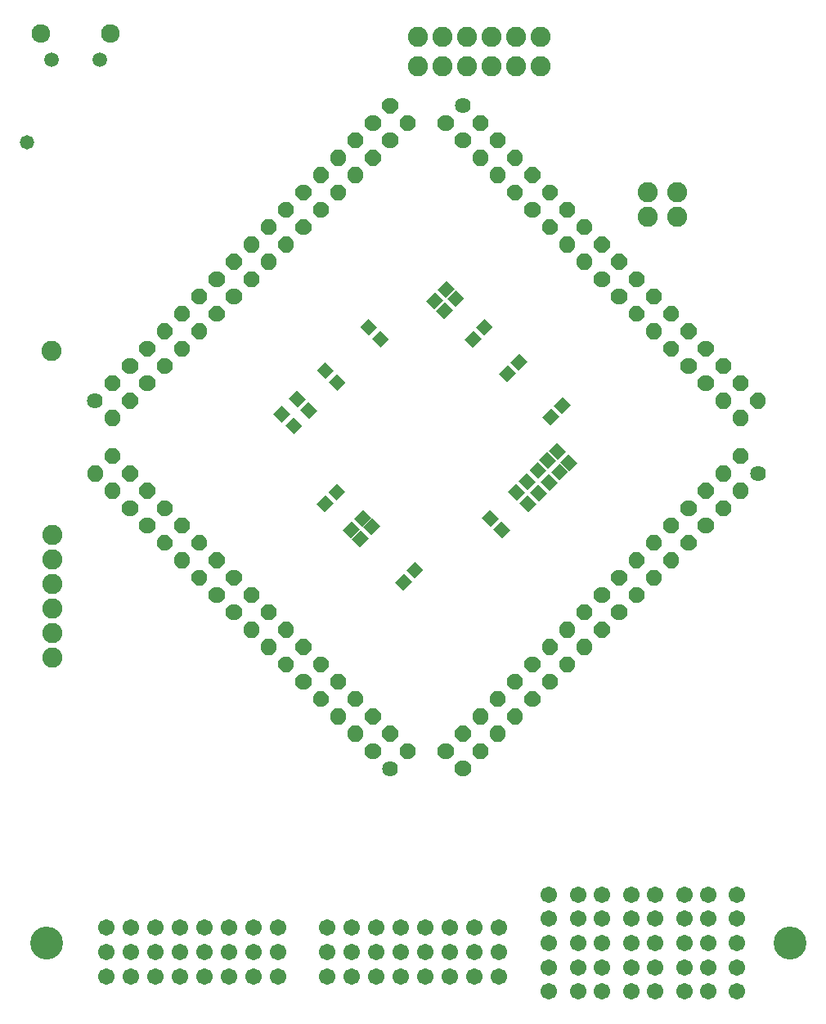
<source format=gbs>
G75*
%MOIN*%
%OFA0B0*%
%FSLAX25Y25*%
%IPPOS*%
%LPD*%
%AMOC8*
5,1,8,0,0,1.08239X$1,22.5*
%
%ADD10R,0.05131X0.04737*%
%ADD11C,0.06400*%
%ADD12C,0.01280*%
%ADD13C,0.05950*%
%ADD14C,0.07591*%
%ADD15C,0.13398*%
%ADD16C,0.06737*%
%ADD17C,0.08200*%
%ADD18C,0.05800*%
D10*
G36*
X0187582Y0212667D02*
X0191209Y0216294D01*
X0194558Y0212945D01*
X0190931Y0209318D01*
X0187582Y0212667D01*
G37*
G36*
X0184047Y0216202D02*
X0187674Y0219829D01*
X0191023Y0216480D01*
X0187396Y0212853D01*
X0184047Y0216202D01*
G37*
G36*
X0188779Y0220935D02*
X0192406Y0224562D01*
X0195755Y0221213D01*
X0192128Y0217586D01*
X0188779Y0220935D01*
G37*
G36*
X0192315Y0217400D02*
X0195942Y0221027D01*
X0199291Y0217678D01*
X0195664Y0214051D01*
X0192315Y0217400D01*
G37*
G36*
X0178173Y0231542D02*
X0181800Y0235169D01*
X0185149Y0231820D01*
X0181522Y0228193D01*
X0178173Y0231542D01*
G37*
G36*
X0173440Y0226809D02*
X0177067Y0230436D01*
X0180416Y0227087D01*
X0176789Y0223460D01*
X0173440Y0226809D01*
G37*
G36*
X0163844Y0262256D02*
X0167471Y0258629D01*
X0164122Y0255280D01*
X0160495Y0258907D01*
X0163844Y0262256D01*
G37*
G36*
X0159111Y0266988D02*
X0162738Y0263361D01*
X0159389Y0260012D01*
X0155762Y0263639D01*
X0159111Y0266988D01*
G37*
G36*
X0165299Y0273176D02*
X0168926Y0269549D01*
X0165577Y0266200D01*
X0161950Y0269827D01*
X0165299Y0273176D01*
G37*
G36*
X0170031Y0268443D02*
X0173658Y0264816D01*
X0170309Y0261467D01*
X0166682Y0265094D01*
X0170031Y0268443D01*
G37*
G36*
X0181522Y0279934D02*
X0185149Y0276307D01*
X0181800Y0272958D01*
X0178173Y0276585D01*
X0181522Y0279934D01*
G37*
G36*
X0176789Y0284666D02*
X0180416Y0281039D01*
X0177067Y0277690D01*
X0173440Y0281317D01*
X0176789Y0284666D01*
G37*
G36*
X0194467Y0302344D02*
X0198094Y0298717D01*
X0194745Y0295368D01*
X0191118Y0298995D01*
X0194467Y0302344D01*
G37*
G36*
X0199199Y0297611D02*
X0202826Y0293984D01*
X0199477Y0290635D01*
X0195850Y0294262D01*
X0199199Y0297611D01*
G37*
G36*
X0224964Y0309819D02*
X0221337Y0306192D01*
X0217988Y0309541D01*
X0221615Y0313168D01*
X0224964Y0309819D01*
G37*
G36*
X0228853Y0305929D02*
X0225226Y0302302D01*
X0221877Y0305651D01*
X0225504Y0309278D01*
X0228853Y0305929D01*
G37*
G36*
X0233586Y0310662D02*
X0229959Y0307035D01*
X0226610Y0310384D01*
X0230237Y0314011D01*
X0233586Y0310662D01*
G37*
G36*
X0229696Y0314551D02*
X0226069Y0310924D01*
X0222720Y0314273D01*
X0226347Y0317900D01*
X0229696Y0314551D01*
G37*
G36*
X0245253Y0298995D02*
X0241626Y0295368D01*
X0238277Y0298717D01*
X0241904Y0302344D01*
X0245253Y0298995D01*
G37*
G36*
X0240520Y0294262D02*
X0236893Y0290635D01*
X0233544Y0293984D01*
X0237171Y0297611D01*
X0240520Y0294262D01*
G37*
G36*
X0254662Y0280120D02*
X0251035Y0276493D01*
X0247686Y0279842D01*
X0251313Y0283469D01*
X0254662Y0280120D01*
G37*
G36*
X0259395Y0284853D02*
X0255768Y0281226D01*
X0252419Y0284575D01*
X0256046Y0288202D01*
X0259395Y0284853D01*
G37*
G36*
X0277073Y0267175D02*
X0273446Y0263548D01*
X0270097Y0266897D01*
X0273724Y0270524D01*
X0277073Y0267175D01*
G37*
G36*
X0272340Y0262442D02*
X0268713Y0258815D01*
X0265364Y0262164D01*
X0268991Y0265791D01*
X0272340Y0262442D01*
G37*
G36*
X0271643Y0244986D02*
X0268016Y0248613D01*
X0271365Y0251962D01*
X0274992Y0248335D01*
X0271643Y0244986D01*
G37*
G36*
X0267754Y0241097D02*
X0264127Y0244724D01*
X0267476Y0248073D01*
X0271103Y0244446D01*
X0267754Y0241097D01*
G37*
G36*
X0272486Y0236365D02*
X0268859Y0239992D01*
X0272208Y0243341D01*
X0275835Y0239714D01*
X0272486Y0236365D01*
G37*
G36*
X0268420Y0232299D02*
X0264793Y0235926D01*
X0268142Y0239275D01*
X0271769Y0235648D01*
X0268420Y0232299D01*
G37*
G36*
X0264001Y0227879D02*
X0260374Y0231506D01*
X0263723Y0234855D01*
X0267350Y0231228D01*
X0264001Y0227879D01*
G37*
G36*
X0259581Y0223460D02*
X0255954Y0227087D01*
X0259303Y0230436D01*
X0262930Y0226809D01*
X0259581Y0223460D01*
G37*
G36*
X0254849Y0228193D02*
X0251222Y0231820D01*
X0254571Y0235169D01*
X0258198Y0231542D01*
X0254849Y0228193D01*
G37*
G36*
X0259268Y0232612D02*
X0255641Y0236239D01*
X0258990Y0239588D01*
X0262617Y0235961D01*
X0259268Y0232612D01*
G37*
G36*
X0263688Y0237032D02*
X0260061Y0240659D01*
X0263410Y0244008D01*
X0267037Y0240381D01*
X0263688Y0237032D01*
G37*
G36*
X0276375Y0240254D02*
X0272748Y0243881D01*
X0276097Y0247230D01*
X0279724Y0243603D01*
X0276375Y0240254D01*
G37*
G36*
X0248975Y0212853D02*
X0245348Y0216480D01*
X0248697Y0219829D01*
X0252324Y0216202D01*
X0248975Y0212853D01*
G37*
G36*
X0244242Y0217586D02*
X0240615Y0221213D01*
X0243964Y0224562D01*
X0247591Y0220935D01*
X0244242Y0217586D01*
G37*
G36*
X0209993Y0199722D02*
X0213620Y0203349D01*
X0216969Y0200000D01*
X0213342Y0196373D01*
X0209993Y0199722D01*
G37*
G36*
X0205260Y0194989D02*
X0208887Y0198616D01*
X0212236Y0195267D01*
X0208609Y0191640D01*
X0205260Y0194989D01*
G37*
D11*
X0203336Y0119006D03*
X0083128Y0268912D03*
X0233034Y0389121D03*
X0353243Y0239214D03*
D12*
X0344253Y0245865D02*
X0343613Y0245225D01*
X0343613Y0247345D01*
X0345112Y0248844D01*
X0347232Y0248844D01*
X0348731Y0247345D01*
X0348731Y0245225D01*
X0347232Y0243726D01*
X0345112Y0243726D01*
X0343613Y0245225D01*
X0344573Y0245622D01*
X0344573Y0246948D01*
X0345509Y0247884D01*
X0346835Y0247884D01*
X0347771Y0246948D01*
X0347771Y0245622D01*
X0346835Y0244686D01*
X0345509Y0244686D01*
X0344573Y0245622D01*
X0345533Y0246020D01*
X0345533Y0246550D01*
X0345907Y0246924D01*
X0346437Y0246924D01*
X0346811Y0246550D01*
X0346811Y0246020D01*
X0346437Y0245646D01*
X0345907Y0245646D01*
X0345533Y0246020D01*
X0337182Y0238794D02*
X0336542Y0238154D01*
X0336542Y0240274D01*
X0338041Y0241773D01*
X0340161Y0241773D01*
X0341660Y0240274D01*
X0341660Y0238154D01*
X0340161Y0236655D01*
X0338041Y0236655D01*
X0336542Y0238154D01*
X0337502Y0238551D01*
X0337502Y0239877D01*
X0338438Y0240813D01*
X0339764Y0240813D01*
X0340700Y0239877D01*
X0340700Y0238551D01*
X0339764Y0237615D01*
X0338438Y0237615D01*
X0337502Y0238551D01*
X0338462Y0238949D01*
X0338462Y0239479D01*
X0338836Y0239853D01*
X0339366Y0239853D01*
X0339740Y0239479D01*
X0339740Y0238949D01*
X0339366Y0238575D01*
X0338836Y0238575D01*
X0338462Y0238949D01*
X0330110Y0231723D02*
X0329470Y0231083D01*
X0329470Y0233203D01*
X0330969Y0234702D01*
X0333089Y0234702D01*
X0334588Y0233203D01*
X0334588Y0231083D01*
X0333089Y0229584D01*
X0330969Y0229584D01*
X0329470Y0231083D01*
X0330430Y0231480D01*
X0330430Y0232806D01*
X0331366Y0233742D01*
X0332692Y0233742D01*
X0333628Y0232806D01*
X0333628Y0231480D01*
X0332692Y0230544D01*
X0331366Y0230544D01*
X0330430Y0231480D01*
X0331390Y0231878D01*
X0331390Y0232408D01*
X0331764Y0232782D01*
X0332294Y0232782D01*
X0332668Y0232408D01*
X0332668Y0231878D01*
X0332294Y0231504D01*
X0331764Y0231504D01*
X0331390Y0231878D01*
X0323039Y0224652D02*
X0322399Y0224012D01*
X0322399Y0226132D01*
X0323898Y0227631D01*
X0326018Y0227631D01*
X0327517Y0226132D01*
X0327517Y0224012D01*
X0326018Y0222513D01*
X0323898Y0222513D01*
X0322399Y0224012D01*
X0323359Y0224409D01*
X0323359Y0225735D01*
X0324295Y0226671D01*
X0325621Y0226671D01*
X0326557Y0225735D01*
X0326557Y0224409D01*
X0325621Y0223473D01*
X0324295Y0223473D01*
X0323359Y0224409D01*
X0324319Y0224807D01*
X0324319Y0225337D01*
X0324693Y0225711D01*
X0325223Y0225711D01*
X0325597Y0225337D01*
X0325597Y0224807D01*
X0325223Y0224433D01*
X0324693Y0224433D01*
X0324319Y0224807D01*
X0315968Y0217581D02*
X0315328Y0216941D01*
X0315328Y0219061D01*
X0316827Y0220560D01*
X0318947Y0220560D01*
X0320446Y0219061D01*
X0320446Y0216941D01*
X0318947Y0215442D01*
X0316827Y0215442D01*
X0315328Y0216941D01*
X0316288Y0217338D01*
X0316288Y0218664D01*
X0317224Y0219600D01*
X0318550Y0219600D01*
X0319486Y0218664D01*
X0319486Y0217338D01*
X0318550Y0216402D01*
X0317224Y0216402D01*
X0316288Y0217338D01*
X0317248Y0217736D01*
X0317248Y0218266D01*
X0317622Y0218640D01*
X0318152Y0218640D01*
X0318526Y0218266D01*
X0318526Y0217736D01*
X0318152Y0217362D01*
X0317622Y0217362D01*
X0317248Y0217736D01*
X0308897Y0210510D02*
X0308257Y0209870D01*
X0308257Y0211990D01*
X0309756Y0213489D01*
X0311876Y0213489D01*
X0313375Y0211990D01*
X0313375Y0209870D01*
X0311876Y0208371D01*
X0309756Y0208371D01*
X0308257Y0209870D01*
X0309217Y0210267D01*
X0309217Y0211593D01*
X0310153Y0212529D01*
X0311479Y0212529D01*
X0312415Y0211593D01*
X0312415Y0210267D01*
X0311479Y0209331D01*
X0310153Y0209331D01*
X0309217Y0210267D01*
X0310177Y0210665D01*
X0310177Y0211195D01*
X0310551Y0211569D01*
X0311081Y0211569D01*
X0311455Y0211195D01*
X0311455Y0210665D01*
X0311081Y0210291D01*
X0310551Y0210291D01*
X0310177Y0210665D01*
X0301826Y0203439D02*
X0301186Y0202799D01*
X0301186Y0204919D01*
X0302685Y0206418D01*
X0304805Y0206418D01*
X0306304Y0204919D01*
X0306304Y0202799D01*
X0304805Y0201300D01*
X0302685Y0201300D01*
X0301186Y0202799D01*
X0302146Y0203196D01*
X0302146Y0204522D01*
X0303082Y0205458D01*
X0304408Y0205458D01*
X0305344Y0204522D01*
X0305344Y0203196D01*
X0304408Y0202260D01*
X0303082Y0202260D01*
X0302146Y0203196D01*
X0303106Y0203594D01*
X0303106Y0204124D01*
X0303480Y0204498D01*
X0304010Y0204498D01*
X0304384Y0204124D01*
X0304384Y0203594D01*
X0304010Y0203220D01*
X0303480Y0203220D01*
X0303106Y0203594D01*
X0294755Y0196367D02*
X0294115Y0195727D01*
X0294115Y0197847D01*
X0295614Y0199346D01*
X0297734Y0199346D01*
X0299233Y0197847D01*
X0299233Y0195727D01*
X0297734Y0194228D01*
X0295614Y0194228D01*
X0294115Y0195727D01*
X0295075Y0196124D01*
X0295075Y0197450D01*
X0296011Y0198386D01*
X0297337Y0198386D01*
X0298273Y0197450D01*
X0298273Y0196124D01*
X0297337Y0195188D01*
X0296011Y0195188D01*
X0295075Y0196124D01*
X0296035Y0196522D01*
X0296035Y0197052D01*
X0296409Y0197426D01*
X0296939Y0197426D01*
X0297313Y0197052D01*
X0297313Y0196522D01*
X0296939Y0196148D01*
X0296409Y0196148D01*
X0296035Y0196522D01*
X0287684Y0189296D02*
X0287044Y0188656D01*
X0287044Y0190776D01*
X0288543Y0192275D01*
X0290663Y0192275D01*
X0292162Y0190776D01*
X0292162Y0188656D01*
X0290663Y0187157D01*
X0288543Y0187157D01*
X0287044Y0188656D01*
X0288004Y0189053D01*
X0288004Y0190379D01*
X0288940Y0191315D01*
X0290266Y0191315D01*
X0291202Y0190379D01*
X0291202Y0189053D01*
X0290266Y0188117D01*
X0288940Y0188117D01*
X0288004Y0189053D01*
X0288964Y0189451D01*
X0288964Y0189981D01*
X0289338Y0190355D01*
X0289868Y0190355D01*
X0290242Y0189981D01*
X0290242Y0189451D01*
X0289868Y0189077D01*
X0289338Y0189077D01*
X0288964Y0189451D01*
X0280613Y0182225D02*
X0279973Y0181585D01*
X0279973Y0183705D01*
X0281472Y0185204D01*
X0283592Y0185204D01*
X0285091Y0183705D01*
X0285091Y0181585D01*
X0283592Y0180086D01*
X0281472Y0180086D01*
X0279973Y0181585D01*
X0280933Y0181982D01*
X0280933Y0183308D01*
X0281869Y0184244D01*
X0283195Y0184244D01*
X0284131Y0183308D01*
X0284131Y0181982D01*
X0283195Y0181046D01*
X0281869Y0181046D01*
X0280933Y0181982D01*
X0281893Y0182380D01*
X0281893Y0182910D01*
X0282267Y0183284D01*
X0282797Y0183284D01*
X0283171Y0182910D01*
X0283171Y0182380D01*
X0282797Y0182006D01*
X0282267Y0182006D01*
X0281893Y0182380D01*
X0273542Y0175154D02*
X0272902Y0174514D01*
X0272902Y0176634D01*
X0274401Y0178133D01*
X0276521Y0178133D01*
X0278020Y0176634D01*
X0278020Y0174514D01*
X0276521Y0173015D01*
X0274401Y0173015D01*
X0272902Y0174514D01*
X0273862Y0174911D01*
X0273862Y0176237D01*
X0274798Y0177173D01*
X0276124Y0177173D01*
X0277060Y0176237D01*
X0277060Y0174911D01*
X0276124Y0173975D01*
X0274798Y0173975D01*
X0273862Y0174911D01*
X0274822Y0175309D01*
X0274822Y0175839D01*
X0275196Y0176213D01*
X0275726Y0176213D01*
X0276100Y0175839D01*
X0276100Y0175309D01*
X0275726Y0174935D01*
X0275196Y0174935D01*
X0274822Y0175309D01*
X0266471Y0168083D02*
X0265831Y0167443D01*
X0265831Y0169563D01*
X0267330Y0171062D01*
X0269450Y0171062D01*
X0270949Y0169563D01*
X0270949Y0167443D01*
X0269450Y0165944D01*
X0267330Y0165944D01*
X0265831Y0167443D01*
X0266791Y0167840D01*
X0266791Y0169166D01*
X0267727Y0170102D01*
X0269053Y0170102D01*
X0269989Y0169166D01*
X0269989Y0167840D01*
X0269053Y0166904D01*
X0267727Y0166904D01*
X0266791Y0167840D01*
X0267751Y0168238D01*
X0267751Y0168768D01*
X0268125Y0169142D01*
X0268655Y0169142D01*
X0269029Y0168768D01*
X0269029Y0168238D01*
X0268655Y0167864D01*
X0268125Y0167864D01*
X0267751Y0168238D01*
X0259400Y0161012D02*
X0258760Y0160372D01*
X0258760Y0162492D01*
X0260259Y0163991D01*
X0262379Y0163991D01*
X0263878Y0162492D01*
X0263878Y0160372D01*
X0262379Y0158873D01*
X0260259Y0158873D01*
X0258760Y0160372D01*
X0259720Y0160769D01*
X0259720Y0162095D01*
X0260656Y0163031D01*
X0261982Y0163031D01*
X0262918Y0162095D01*
X0262918Y0160769D01*
X0261982Y0159833D01*
X0260656Y0159833D01*
X0259720Y0160769D01*
X0260680Y0161167D01*
X0260680Y0161697D01*
X0261054Y0162071D01*
X0261584Y0162071D01*
X0261958Y0161697D01*
X0261958Y0161167D01*
X0261584Y0160793D01*
X0261054Y0160793D01*
X0260680Y0161167D01*
X0252329Y0153941D02*
X0251689Y0153301D01*
X0251689Y0155421D01*
X0253188Y0156920D01*
X0255308Y0156920D01*
X0256807Y0155421D01*
X0256807Y0153301D01*
X0255308Y0151802D01*
X0253188Y0151802D01*
X0251689Y0153301D01*
X0252649Y0153698D01*
X0252649Y0155024D01*
X0253585Y0155960D01*
X0254911Y0155960D01*
X0255847Y0155024D01*
X0255847Y0153698D01*
X0254911Y0152762D01*
X0253585Y0152762D01*
X0252649Y0153698D01*
X0253609Y0154096D01*
X0253609Y0154626D01*
X0253983Y0155000D01*
X0254513Y0155000D01*
X0254887Y0154626D01*
X0254887Y0154096D01*
X0254513Y0153722D01*
X0253983Y0153722D01*
X0253609Y0154096D01*
X0245258Y0146870D02*
X0244618Y0146230D01*
X0244618Y0148350D01*
X0246117Y0149849D01*
X0248237Y0149849D01*
X0249736Y0148350D01*
X0249736Y0146230D01*
X0248237Y0144731D01*
X0246117Y0144731D01*
X0244618Y0146230D01*
X0245578Y0146627D01*
X0245578Y0147953D01*
X0246514Y0148889D01*
X0247840Y0148889D01*
X0248776Y0147953D01*
X0248776Y0146627D01*
X0247840Y0145691D01*
X0246514Y0145691D01*
X0245578Y0146627D01*
X0246538Y0147025D01*
X0246538Y0147555D01*
X0246912Y0147929D01*
X0247442Y0147929D01*
X0247816Y0147555D01*
X0247816Y0147025D01*
X0247442Y0146651D01*
X0246912Y0146651D01*
X0246538Y0147025D01*
X0238187Y0139799D02*
X0237547Y0139159D01*
X0237547Y0141279D01*
X0239046Y0142778D01*
X0241166Y0142778D01*
X0242665Y0141279D01*
X0242665Y0139159D01*
X0241166Y0137660D01*
X0239046Y0137660D01*
X0237547Y0139159D01*
X0238507Y0139556D01*
X0238507Y0140882D01*
X0239443Y0141818D01*
X0240769Y0141818D01*
X0241705Y0140882D01*
X0241705Y0139556D01*
X0240769Y0138620D01*
X0239443Y0138620D01*
X0238507Y0139556D01*
X0239467Y0139954D01*
X0239467Y0140484D01*
X0239841Y0140858D01*
X0240371Y0140858D01*
X0240745Y0140484D01*
X0240745Y0139954D01*
X0240371Y0139580D01*
X0239841Y0139580D01*
X0239467Y0139954D01*
X0231115Y0132728D02*
X0230475Y0132088D01*
X0230475Y0134208D01*
X0231974Y0135707D01*
X0234094Y0135707D01*
X0235593Y0134208D01*
X0235593Y0132088D01*
X0234094Y0130589D01*
X0231974Y0130589D01*
X0230475Y0132088D01*
X0231435Y0132485D01*
X0231435Y0133811D01*
X0232371Y0134747D01*
X0233697Y0134747D01*
X0234633Y0133811D01*
X0234633Y0132485D01*
X0233697Y0131549D01*
X0232371Y0131549D01*
X0231435Y0132485D01*
X0232395Y0132883D01*
X0232395Y0133413D01*
X0232769Y0133787D01*
X0233299Y0133787D01*
X0233673Y0133413D01*
X0233673Y0132883D01*
X0233299Y0132509D01*
X0232769Y0132509D01*
X0232395Y0132883D01*
X0224044Y0125657D02*
X0223404Y0125017D01*
X0223404Y0127137D01*
X0224903Y0128636D01*
X0227023Y0128636D01*
X0228522Y0127137D01*
X0228522Y0125017D01*
X0227023Y0123518D01*
X0224903Y0123518D01*
X0223404Y0125017D01*
X0224364Y0125414D01*
X0224364Y0126740D01*
X0225300Y0127676D01*
X0226626Y0127676D01*
X0227562Y0126740D01*
X0227562Y0125414D01*
X0226626Y0124478D01*
X0225300Y0124478D01*
X0224364Y0125414D01*
X0225324Y0125812D01*
X0225324Y0126342D01*
X0225698Y0126716D01*
X0226228Y0126716D01*
X0226602Y0126342D01*
X0226602Y0125812D01*
X0226228Y0125438D01*
X0225698Y0125438D01*
X0225324Y0125812D01*
X0231115Y0118586D02*
X0230475Y0117946D01*
X0230475Y0120066D01*
X0231974Y0121565D01*
X0234094Y0121565D01*
X0235593Y0120066D01*
X0235593Y0117946D01*
X0234094Y0116447D01*
X0231974Y0116447D01*
X0230475Y0117946D01*
X0231435Y0118343D01*
X0231435Y0119669D01*
X0232371Y0120605D01*
X0233697Y0120605D01*
X0234633Y0119669D01*
X0234633Y0118343D01*
X0233697Y0117407D01*
X0232371Y0117407D01*
X0231435Y0118343D01*
X0232395Y0118741D01*
X0232395Y0119271D01*
X0232769Y0119645D01*
X0233299Y0119645D01*
X0233673Y0119271D01*
X0233673Y0118741D01*
X0233299Y0118367D01*
X0232769Y0118367D01*
X0232395Y0118741D01*
X0238187Y0125657D02*
X0237547Y0125017D01*
X0237547Y0127137D01*
X0239046Y0128636D01*
X0241166Y0128636D01*
X0242665Y0127137D01*
X0242665Y0125017D01*
X0241166Y0123518D01*
X0239046Y0123518D01*
X0237547Y0125017D01*
X0238507Y0125414D01*
X0238507Y0126740D01*
X0239443Y0127676D01*
X0240769Y0127676D01*
X0241705Y0126740D01*
X0241705Y0125414D01*
X0240769Y0124478D01*
X0239443Y0124478D01*
X0238507Y0125414D01*
X0239467Y0125812D01*
X0239467Y0126342D01*
X0239841Y0126716D01*
X0240371Y0126716D01*
X0240745Y0126342D01*
X0240745Y0125812D01*
X0240371Y0125438D01*
X0239841Y0125438D01*
X0239467Y0125812D01*
X0245258Y0132728D02*
X0244618Y0132088D01*
X0244618Y0134208D01*
X0246117Y0135707D01*
X0248237Y0135707D01*
X0249736Y0134208D01*
X0249736Y0132088D01*
X0248237Y0130589D01*
X0246117Y0130589D01*
X0244618Y0132088D01*
X0245578Y0132485D01*
X0245578Y0133811D01*
X0246514Y0134747D01*
X0247840Y0134747D01*
X0248776Y0133811D01*
X0248776Y0132485D01*
X0247840Y0131549D01*
X0246514Y0131549D01*
X0245578Y0132485D01*
X0246538Y0132883D01*
X0246538Y0133413D01*
X0246912Y0133787D01*
X0247442Y0133787D01*
X0247816Y0133413D01*
X0247816Y0132883D01*
X0247442Y0132509D01*
X0246912Y0132509D01*
X0246538Y0132883D01*
X0252329Y0139799D02*
X0251689Y0139159D01*
X0251689Y0141279D01*
X0253188Y0142778D01*
X0255308Y0142778D01*
X0256807Y0141279D01*
X0256807Y0139159D01*
X0255308Y0137660D01*
X0253188Y0137660D01*
X0251689Y0139159D01*
X0252649Y0139556D01*
X0252649Y0140882D01*
X0253585Y0141818D01*
X0254911Y0141818D01*
X0255847Y0140882D01*
X0255847Y0139556D01*
X0254911Y0138620D01*
X0253585Y0138620D01*
X0252649Y0139556D01*
X0253609Y0139954D01*
X0253609Y0140484D01*
X0253983Y0140858D01*
X0254513Y0140858D01*
X0254887Y0140484D01*
X0254887Y0139954D01*
X0254513Y0139580D01*
X0253983Y0139580D01*
X0253609Y0139954D01*
X0259400Y0146870D02*
X0258760Y0146230D01*
X0258760Y0148350D01*
X0260259Y0149849D01*
X0262379Y0149849D01*
X0263878Y0148350D01*
X0263878Y0146230D01*
X0262379Y0144731D01*
X0260259Y0144731D01*
X0258760Y0146230D01*
X0259720Y0146627D01*
X0259720Y0147953D01*
X0260656Y0148889D01*
X0261982Y0148889D01*
X0262918Y0147953D01*
X0262918Y0146627D01*
X0261982Y0145691D01*
X0260656Y0145691D01*
X0259720Y0146627D01*
X0260680Y0147025D01*
X0260680Y0147555D01*
X0261054Y0147929D01*
X0261584Y0147929D01*
X0261958Y0147555D01*
X0261958Y0147025D01*
X0261584Y0146651D01*
X0261054Y0146651D01*
X0260680Y0147025D01*
X0266471Y0153941D02*
X0265831Y0153301D01*
X0265831Y0155421D01*
X0267330Y0156920D01*
X0269450Y0156920D01*
X0270949Y0155421D01*
X0270949Y0153301D01*
X0269450Y0151802D01*
X0267330Y0151802D01*
X0265831Y0153301D01*
X0266791Y0153698D01*
X0266791Y0155024D01*
X0267727Y0155960D01*
X0269053Y0155960D01*
X0269989Y0155024D01*
X0269989Y0153698D01*
X0269053Y0152762D01*
X0267727Y0152762D01*
X0266791Y0153698D01*
X0267751Y0154096D01*
X0267751Y0154626D01*
X0268125Y0155000D01*
X0268655Y0155000D01*
X0269029Y0154626D01*
X0269029Y0154096D01*
X0268655Y0153722D01*
X0268125Y0153722D01*
X0267751Y0154096D01*
X0273542Y0161012D02*
X0272902Y0160372D01*
X0272902Y0162492D01*
X0274401Y0163991D01*
X0276521Y0163991D01*
X0278020Y0162492D01*
X0278020Y0160372D01*
X0276521Y0158873D01*
X0274401Y0158873D01*
X0272902Y0160372D01*
X0273862Y0160769D01*
X0273862Y0162095D01*
X0274798Y0163031D01*
X0276124Y0163031D01*
X0277060Y0162095D01*
X0277060Y0160769D01*
X0276124Y0159833D01*
X0274798Y0159833D01*
X0273862Y0160769D01*
X0274822Y0161167D01*
X0274822Y0161697D01*
X0275196Y0162071D01*
X0275726Y0162071D01*
X0276100Y0161697D01*
X0276100Y0161167D01*
X0275726Y0160793D01*
X0275196Y0160793D01*
X0274822Y0161167D01*
X0280613Y0168083D02*
X0279973Y0167443D01*
X0279973Y0169563D01*
X0281472Y0171062D01*
X0283592Y0171062D01*
X0285091Y0169563D01*
X0285091Y0167443D01*
X0283592Y0165944D01*
X0281472Y0165944D01*
X0279973Y0167443D01*
X0280933Y0167840D01*
X0280933Y0169166D01*
X0281869Y0170102D01*
X0283195Y0170102D01*
X0284131Y0169166D01*
X0284131Y0167840D01*
X0283195Y0166904D01*
X0281869Y0166904D01*
X0280933Y0167840D01*
X0281893Y0168238D01*
X0281893Y0168768D01*
X0282267Y0169142D01*
X0282797Y0169142D01*
X0283171Y0168768D01*
X0283171Y0168238D01*
X0282797Y0167864D01*
X0282267Y0167864D01*
X0281893Y0168238D01*
X0287684Y0175154D02*
X0287044Y0174514D01*
X0287044Y0176634D01*
X0288543Y0178133D01*
X0290663Y0178133D01*
X0292162Y0176634D01*
X0292162Y0174514D01*
X0290663Y0173015D01*
X0288543Y0173015D01*
X0287044Y0174514D01*
X0288004Y0174911D01*
X0288004Y0176237D01*
X0288940Y0177173D01*
X0290266Y0177173D01*
X0291202Y0176237D01*
X0291202Y0174911D01*
X0290266Y0173975D01*
X0288940Y0173975D01*
X0288004Y0174911D01*
X0288964Y0175309D01*
X0288964Y0175839D01*
X0289338Y0176213D01*
X0289868Y0176213D01*
X0290242Y0175839D01*
X0290242Y0175309D01*
X0289868Y0174935D01*
X0289338Y0174935D01*
X0288964Y0175309D01*
X0294755Y0182225D02*
X0294115Y0181585D01*
X0294115Y0183705D01*
X0295614Y0185204D01*
X0297734Y0185204D01*
X0299233Y0183705D01*
X0299233Y0181585D01*
X0297734Y0180086D01*
X0295614Y0180086D01*
X0294115Y0181585D01*
X0295075Y0181982D01*
X0295075Y0183308D01*
X0296011Y0184244D01*
X0297337Y0184244D01*
X0298273Y0183308D01*
X0298273Y0181982D01*
X0297337Y0181046D01*
X0296011Y0181046D01*
X0295075Y0181982D01*
X0296035Y0182380D01*
X0296035Y0182910D01*
X0296409Y0183284D01*
X0296939Y0183284D01*
X0297313Y0182910D01*
X0297313Y0182380D01*
X0296939Y0182006D01*
X0296409Y0182006D01*
X0296035Y0182380D01*
X0301826Y0189296D02*
X0301186Y0188656D01*
X0301186Y0190776D01*
X0302685Y0192275D01*
X0304805Y0192275D01*
X0306304Y0190776D01*
X0306304Y0188656D01*
X0304805Y0187157D01*
X0302685Y0187157D01*
X0301186Y0188656D01*
X0302146Y0189053D01*
X0302146Y0190379D01*
X0303082Y0191315D01*
X0304408Y0191315D01*
X0305344Y0190379D01*
X0305344Y0189053D01*
X0304408Y0188117D01*
X0303082Y0188117D01*
X0302146Y0189053D01*
X0303106Y0189451D01*
X0303106Y0189981D01*
X0303480Y0190355D01*
X0304010Y0190355D01*
X0304384Y0189981D01*
X0304384Y0189451D01*
X0304010Y0189077D01*
X0303480Y0189077D01*
X0303106Y0189451D01*
X0308897Y0196367D02*
X0308257Y0195727D01*
X0308257Y0197847D01*
X0309756Y0199346D01*
X0311876Y0199346D01*
X0313375Y0197847D01*
X0313375Y0195727D01*
X0311876Y0194228D01*
X0309756Y0194228D01*
X0308257Y0195727D01*
X0309217Y0196124D01*
X0309217Y0197450D01*
X0310153Y0198386D01*
X0311479Y0198386D01*
X0312415Y0197450D01*
X0312415Y0196124D01*
X0311479Y0195188D01*
X0310153Y0195188D01*
X0309217Y0196124D01*
X0310177Y0196522D01*
X0310177Y0197052D01*
X0310551Y0197426D01*
X0311081Y0197426D01*
X0311455Y0197052D01*
X0311455Y0196522D01*
X0311081Y0196148D01*
X0310551Y0196148D01*
X0310177Y0196522D01*
X0315968Y0203439D02*
X0315328Y0202799D01*
X0315328Y0204919D01*
X0316827Y0206418D01*
X0318947Y0206418D01*
X0320446Y0204919D01*
X0320446Y0202799D01*
X0318947Y0201300D01*
X0316827Y0201300D01*
X0315328Y0202799D01*
X0316288Y0203196D01*
X0316288Y0204522D01*
X0317224Y0205458D01*
X0318550Y0205458D01*
X0319486Y0204522D01*
X0319486Y0203196D01*
X0318550Y0202260D01*
X0317224Y0202260D01*
X0316288Y0203196D01*
X0317248Y0203594D01*
X0317248Y0204124D01*
X0317622Y0204498D01*
X0318152Y0204498D01*
X0318526Y0204124D01*
X0318526Y0203594D01*
X0318152Y0203220D01*
X0317622Y0203220D01*
X0317248Y0203594D01*
X0323039Y0210510D02*
X0322399Y0209870D01*
X0322399Y0211990D01*
X0323898Y0213489D01*
X0326018Y0213489D01*
X0327517Y0211990D01*
X0327517Y0209870D01*
X0326018Y0208371D01*
X0323898Y0208371D01*
X0322399Y0209870D01*
X0323359Y0210267D01*
X0323359Y0211593D01*
X0324295Y0212529D01*
X0325621Y0212529D01*
X0326557Y0211593D01*
X0326557Y0210267D01*
X0325621Y0209331D01*
X0324295Y0209331D01*
X0323359Y0210267D01*
X0324319Y0210665D01*
X0324319Y0211195D01*
X0324693Y0211569D01*
X0325223Y0211569D01*
X0325597Y0211195D01*
X0325597Y0210665D01*
X0325223Y0210291D01*
X0324693Y0210291D01*
X0324319Y0210665D01*
X0330110Y0217581D02*
X0329470Y0216941D01*
X0329470Y0219061D01*
X0330969Y0220560D01*
X0333089Y0220560D01*
X0334588Y0219061D01*
X0334588Y0216941D01*
X0333089Y0215442D01*
X0330969Y0215442D01*
X0329470Y0216941D01*
X0330430Y0217338D01*
X0330430Y0218664D01*
X0331366Y0219600D01*
X0332692Y0219600D01*
X0333628Y0218664D01*
X0333628Y0217338D01*
X0332692Y0216402D01*
X0331366Y0216402D01*
X0330430Y0217338D01*
X0331390Y0217736D01*
X0331390Y0218266D01*
X0331764Y0218640D01*
X0332294Y0218640D01*
X0332668Y0218266D01*
X0332668Y0217736D01*
X0332294Y0217362D01*
X0331764Y0217362D01*
X0331390Y0217736D01*
X0337182Y0224652D02*
X0336542Y0224012D01*
X0336542Y0226132D01*
X0338041Y0227631D01*
X0340161Y0227631D01*
X0341660Y0226132D01*
X0341660Y0224012D01*
X0340161Y0222513D01*
X0338041Y0222513D01*
X0336542Y0224012D01*
X0337502Y0224409D01*
X0337502Y0225735D01*
X0338438Y0226671D01*
X0339764Y0226671D01*
X0340700Y0225735D01*
X0340700Y0224409D01*
X0339764Y0223473D01*
X0338438Y0223473D01*
X0337502Y0224409D01*
X0338462Y0224807D01*
X0338462Y0225337D01*
X0338836Y0225711D01*
X0339366Y0225711D01*
X0339740Y0225337D01*
X0339740Y0224807D01*
X0339366Y0224433D01*
X0338836Y0224433D01*
X0338462Y0224807D01*
X0344253Y0231723D02*
X0343613Y0231083D01*
X0343613Y0233203D01*
X0345112Y0234702D01*
X0347232Y0234702D01*
X0348731Y0233203D01*
X0348731Y0231083D01*
X0347232Y0229584D01*
X0345112Y0229584D01*
X0343613Y0231083D01*
X0344573Y0231480D01*
X0344573Y0232806D01*
X0345509Y0233742D01*
X0346835Y0233742D01*
X0347771Y0232806D01*
X0347771Y0231480D01*
X0346835Y0230544D01*
X0345509Y0230544D01*
X0344573Y0231480D01*
X0345533Y0231878D01*
X0345533Y0232408D01*
X0345907Y0232782D01*
X0346437Y0232782D01*
X0346811Y0232408D01*
X0346811Y0231878D01*
X0346437Y0231504D01*
X0345907Y0231504D01*
X0345533Y0231878D01*
X0346592Y0259922D02*
X0347232Y0259282D01*
X0345112Y0259282D01*
X0343613Y0260781D01*
X0343613Y0262901D01*
X0345112Y0264400D01*
X0347232Y0264400D01*
X0348731Y0262901D01*
X0348731Y0260781D01*
X0347232Y0259282D01*
X0346835Y0260242D01*
X0345509Y0260242D01*
X0344573Y0261178D01*
X0344573Y0262504D01*
X0345509Y0263440D01*
X0346835Y0263440D01*
X0347771Y0262504D01*
X0347771Y0261178D01*
X0346835Y0260242D01*
X0346437Y0261202D01*
X0345907Y0261202D01*
X0345533Y0261576D01*
X0345533Y0262106D01*
X0345907Y0262480D01*
X0346437Y0262480D01*
X0346811Y0262106D01*
X0346811Y0261576D01*
X0346437Y0261202D01*
X0353663Y0266993D02*
X0354303Y0266353D01*
X0352183Y0266353D01*
X0350684Y0267852D01*
X0350684Y0269972D01*
X0352183Y0271471D01*
X0354303Y0271471D01*
X0355802Y0269972D01*
X0355802Y0267852D01*
X0354303Y0266353D01*
X0353906Y0267313D01*
X0352580Y0267313D01*
X0351644Y0268249D01*
X0351644Y0269575D01*
X0352580Y0270511D01*
X0353906Y0270511D01*
X0354842Y0269575D01*
X0354842Y0268249D01*
X0353906Y0267313D01*
X0353508Y0268273D01*
X0352978Y0268273D01*
X0352604Y0268647D01*
X0352604Y0269177D01*
X0352978Y0269551D01*
X0353508Y0269551D01*
X0353882Y0269177D01*
X0353882Y0268647D01*
X0353508Y0268273D01*
X0346592Y0274064D02*
X0347232Y0273424D01*
X0345112Y0273424D01*
X0343613Y0274923D01*
X0343613Y0277043D01*
X0345112Y0278542D01*
X0347232Y0278542D01*
X0348731Y0277043D01*
X0348731Y0274923D01*
X0347232Y0273424D01*
X0346835Y0274384D01*
X0345509Y0274384D01*
X0344573Y0275320D01*
X0344573Y0276646D01*
X0345509Y0277582D01*
X0346835Y0277582D01*
X0347771Y0276646D01*
X0347771Y0275320D01*
X0346835Y0274384D01*
X0346437Y0275344D01*
X0345907Y0275344D01*
X0345533Y0275718D01*
X0345533Y0276248D01*
X0345907Y0276622D01*
X0346437Y0276622D01*
X0346811Y0276248D01*
X0346811Y0275718D01*
X0346437Y0275344D01*
X0339521Y0266993D02*
X0340161Y0266353D01*
X0338041Y0266353D01*
X0336542Y0267852D01*
X0336542Y0269972D01*
X0338041Y0271471D01*
X0340161Y0271471D01*
X0341660Y0269972D01*
X0341660Y0267852D01*
X0340161Y0266353D01*
X0339764Y0267313D01*
X0338438Y0267313D01*
X0337502Y0268249D01*
X0337502Y0269575D01*
X0338438Y0270511D01*
X0339764Y0270511D01*
X0340700Y0269575D01*
X0340700Y0268249D01*
X0339764Y0267313D01*
X0339366Y0268273D01*
X0338836Y0268273D01*
X0338462Y0268647D01*
X0338462Y0269177D01*
X0338836Y0269551D01*
X0339366Y0269551D01*
X0339740Y0269177D01*
X0339740Y0268647D01*
X0339366Y0268273D01*
X0332449Y0274064D02*
X0333089Y0273424D01*
X0330969Y0273424D01*
X0329470Y0274923D01*
X0329470Y0277043D01*
X0330969Y0278542D01*
X0333089Y0278542D01*
X0334588Y0277043D01*
X0334588Y0274923D01*
X0333089Y0273424D01*
X0332692Y0274384D01*
X0331366Y0274384D01*
X0330430Y0275320D01*
X0330430Y0276646D01*
X0331366Y0277582D01*
X0332692Y0277582D01*
X0333628Y0276646D01*
X0333628Y0275320D01*
X0332692Y0274384D01*
X0332294Y0275344D01*
X0331764Y0275344D01*
X0331390Y0275718D01*
X0331390Y0276248D01*
X0331764Y0276622D01*
X0332294Y0276622D01*
X0332668Y0276248D01*
X0332668Y0275718D01*
X0332294Y0275344D01*
X0339521Y0281136D02*
X0340161Y0280496D01*
X0338041Y0280496D01*
X0336542Y0281995D01*
X0336542Y0284115D01*
X0338041Y0285614D01*
X0340161Y0285614D01*
X0341660Y0284115D01*
X0341660Y0281995D01*
X0340161Y0280496D01*
X0339764Y0281456D01*
X0338438Y0281456D01*
X0337502Y0282392D01*
X0337502Y0283718D01*
X0338438Y0284654D01*
X0339764Y0284654D01*
X0340700Y0283718D01*
X0340700Y0282392D01*
X0339764Y0281456D01*
X0339366Y0282416D01*
X0338836Y0282416D01*
X0338462Y0282790D01*
X0338462Y0283320D01*
X0338836Y0283694D01*
X0339366Y0283694D01*
X0339740Y0283320D01*
X0339740Y0282790D01*
X0339366Y0282416D01*
X0332449Y0288207D02*
X0333089Y0287567D01*
X0330969Y0287567D01*
X0329470Y0289066D01*
X0329470Y0291186D01*
X0330969Y0292685D01*
X0333089Y0292685D01*
X0334588Y0291186D01*
X0334588Y0289066D01*
X0333089Y0287567D01*
X0332692Y0288527D01*
X0331366Y0288527D01*
X0330430Y0289463D01*
X0330430Y0290789D01*
X0331366Y0291725D01*
X0332692Y0291725D01*
X0333628Y0290789D01*
X0333628Y0289463D01*
X0332692Y0288527D01*
X0332294Y0289487D01*
X0331764Y0289487D01*
X0331390Y0289861D01*
X0331390Y0290391D01*
X0331764Y0290765D01*
X0332294Y0290765D01*
X0332668Y0290391D01*
X0332668Y0289861D01*
X0332294Y0289487D01*
X0325378Y0281136D02*
X0326018Y0280496D01*
X0323898Y0280496D01*
X0322399Y0281995D01*
X0322399Y0284115D01*
X0323898Y0285614D01*
X0326018Y0285614D01*
X0327517Y0284115D01*
X0327517Y0281995D01*
X0326018Y0280496D01*
X0325621Y0281456D01*
X0324295Y0281456D01*
X0323359Y0282392D01*
X0323359Y0283718D01*
X0324295Y0284654D01*
X0325621Y0284654D01*
X0326557Y0283718D01*
X0326557Y0282392D01*
X0325621Y0281456D01*
X0325223Y0282416D01*
X0324693Y0282416D01*
X0324319Y0282790D01*
X0324319Y0283320D01*
X0324693Y0283694D01*
X0325223Y0283694D01*
X0325597Y0283320D01*
X0325597Y0282790D01*
X0325223Y0282416D01*
X0318307Y0288207D02*
X0318947Y0287567D01*
X0316827Y0287567D01*
X0315328Y0289066D01*
X0315328Y0291186D01*
X0316827Y0292685D01*
X0318947Y0292685D01*
X0320446Y0291186D01*
X0320446Y0289066D01*
X0318947Y0287567D01*
X0318550Y0288527D01*
X0317224Y0288527D01*
X0316288Y0289463D01*
X0316288Y0290789D01*
X0317224Y0291725D01*
X0318550Y0291725D01*
X0319486Y0290789D01*
X0319486Y0289463D01*
X0318550Y0288527D01*
X0318152Y0289487D01*
X0317622Y0289487D01*
X0317248Y0289861D01*
X0317248Y0290391D01*
X0317622Y0290765D01*
X0318152Y0290765D01*
X0318526Y0290391D01*
X0318526Y0289861D01*
X0318152Y0289487D01*
X0325378Y0295278D02*
X0326018Y0294638D01*
X0323898Y0294638D01*
X0322399Y0296137D01*
X0322399Y0298257D01*
X0323898Y0299756D01*
X0326018Y0299756D01*
X0327517Y0298257D01*
X0327517Y0296137D01*
X0326018Y0294638D01*
X0325621Y0295598D01*
X0324295Y0295598D01*
X0323359Y0296534D01*
X0323359Y0297860D01*
X0324295Y0298796D01*
X0325621Y0298796D01*
X0326557Y0297860D01*
X0326557Y0296534D01*
X0325621Y0295598D01*
X0325223Y0296558D01*
X0324693Y0296558D01*
X0324319Y0296932D01*
X0324319Y0297462D01*
X0324693Y0297836D01*
X0325223Y0297836D01*
X0325597Y0297462D01*
X0325597Y0296932D01*
X0325223Y0296558D01*
X0318307Y0302349D02*
X0318947Y0301709D01*
X0316827Y0301709D01*
X0315328Y0303208D01*
X0315328Y0305328D01*
X0316827Y0306827D01*
X0318947Y0306827D01*
X0320446Y0305328D01*
X0320446Y0303208D01*
X0318947Y0301709D01*
X0318550Y0302669D01*
X0317224Y0302669D01*
X0316288Y0303605D01*
X0316288Y0304931D01*
X0317224Y0305867D01*
X0318550Y0305867D01*
X0319486Y0304931D01*
X0319486Y0303605D01*
X0318550Y0302669D01*
X0318152Y0303629D01*
X0317622Y0303629D01*
X0317248Y0304003D01*
X0317248Y0304533D01*
X0317622Y0304907D01*
X0318152Y0304907D01*
X0318526Y0304533D01*
X0318526Y0304003D01*
X0318152Y0303629D01*
X0311236Y0295278D02*
X0311876Y0294638D01*
X0309756Y0294638D01*
X0308257Y0296137D01*
X0308257Y0298257D01*
X0309756Y0299756D01*
X0311876Y0299756D01*
X0313375Y0298257D01*
X0313375Y0296137D01*
X0311876Y0294638D01*
X0311479Y0295598D01*
X0310153Y0295598D01*
X0309217Y0296534D01*
X0309217Y0297860D01*
X0310153Y0298796D01*
X0311479Y0298796D01*
X0312415Y0297860D01*
X0312415Y0296534D01*
X0311479Y0295598D01*
X0311081Y0296558D01*
X0310551Y0296558D01*
X0310177Y0296932D01*
X0310177Y0297462D01*
X0310551Y0297836D01*
X0311081Y0297836D01*
X0311455Y0297462D01*
X0311455Y0296932D01*
X0311081Y0296558D01*
X0304165Y0302349D02*
X0304805Y0301709D01*
X0302685Y0301709D01*
X0301186Y0303208D01*
X0301186Y0305328D01*
X0302685Y0306827D01*
X0304805Y0306827D01*
X0306304Y0305328D01*
X0306304Y0303208D01*
X0304805Y0301709D01*
X0304408Y0302669D01*
X0303082Y0302669D01*
X0302146Y0303605D01*
X0302146Y0304931D01*
X0303082Y0305867D01*
X0304408Y0305867D01*
X0305344Y0304931D01*
X0305344Y0303605D01*
X0304408Y0302669D01*
X0304010Y0303629D01*
X0303480Y0303629D01*
X0303106Y0304003D01*
X0303106Y0304533D01*
X0303480Y0304907D01*
X0304010Y0304907D01*
X0304384Y0304533D01*
X0304384Y0304003D01*
X0304010Y0303629D01*
X0311236Y0309420D02*
X0311876Y0308780D01*
X0309756Y0308780D01*
X0308257Y0310279D01*
X0308257Y0312399D01*
X0309756Y0313898D01*
X0311876Y0313898D01*
X0313375Y0312399D01*
X0313375Y0310279D01*
X0311876Y0308780D01*
X0311479Y0309740D01*
X0310153Y0309740D01*
X0309217Y0310676D01*
X0309217Y0312002D01*
X0310153Y0312938D01*
X0311479Y0312938D01*
X0312415Y0312002D01*
X0312415Y0310676D01*
X0311479Y0309740D01*
X0311081Y0310700D01*
X0310551Y0310700D01*
X0310177Y0311074D01*
X0310177Y0311604D01*
X0310551Y0311978D01*
X0311081Y0311978D01*
X0311455Y0311604D01*
X0311455Y0311074D01*
X0311081Y0310700D01*
X0304165Y0316491D02*
X0304805Y0315851D01*
X0302685Y0315851D01*
X0301186Y0317350D01*
X0301186Y0319470D01*
X0302685Y0320969D01*
X0304805Y0320969D01*
X0306304Y0319470D01*
X0306304Y0317350D01*
X0304805Y0315851D01*
X0304408Y0316811D01*
X0303082Y0316811D01*
X0302146Y0317747D01*
X0302146Y0319073D01*
X0303082Y0320009D01*
X0304408Y0320009D01*
X0305344Y0319073D01*
X0305344Y0317747D01*
X0304408Y0316811D01*
X0304010Y0317771D01*
X0303480Y0317771D01*
X0303106Y0318145D01*
X0303106Y0318675D01*
X0303480Y0319049D01*
X0304010Y0319049D01*
X0304384Y0318675D01*
X0304384Y0318145D01*
X0304010Y0317771D01*
X0297094Y0309420D02*
X0297734Y0308780D01*
X0295614Y0308780D01*
X0294115Y0310279D01*
X0294115Y0312399D01*
X0295614Y0313898D01*
X0297734Y0313898D01*
X0299233Y0312399D01*
X0299233Y0310279D01*
X0297734Y0308780D01*
X0297337Y0309740D01*
X0296011Y0309740D01*
X0295075Y0310676D01*
X0295075Y0312002D01*
X0296011Y0312938D01*
X0297337Y0312938D01*
X0298273Y0312002D01*
X0298273Y0310676D01*
X0297337Y0309740D01*
X0296939Y0310700D01*
X0296409Y0310700D01*
X0296035Y0311074D01*
X0296035Y0311604D01*
X0296409Y0311978D01*
X0296939Y0311978D01*
X0297313Y0311604D01*
X0297313Y0311074D01*
X0296939Y0310700D01*
X0290023Y0316491D02*
X0290663Y0315851D01*
X0288543Y0315851D01*
X0287044Y0317350D01*
X0287044Y0319470D01*
X0288543Y0320969D01*
X0290663Y0320969D01*
X0292162Y0319470D01*
X0292162Y0317350D01*
X0290663Y0315851D01*
X0290266Y0316811D01*
X0288940Y0316811D01*
X0288004Y0317747D01*
X0288004Y0319073D01*
X0288940Y0320009D01*
X0290266Y0320009D01*
X0291202Y0319073D01*
X0291202Y0317747D01*
X0290266Y0316811D01*
X0289868Y0317771D01*
X0289338Y0317771D01*
X0288964Y0318145D01*
X0288964Y0318675D01*
X0289338Y0319049D01*
X0289868Y0319049D01*
X0290242Y0318675D01*
X0290242Y0318145D01*
X0289868Y0317771D01*
X0297094Y0323562D02*
X0297734Y0322922D01*
X0295614Y0322922D01*
X0294115Y0324421D01*
X0294115Y0326541D01*
X0295614Y0328040D01*
X0297734Y0328040D01*
X0299233Y0326541D01*
X0299233Y0324421D01*
X0297734Y0322922D01*
X0297337Y0323882D01*
X0296011Y0323882D01*
X0295075Y0324818D01*
X0295075Y0326144D01*
X0296011Y0327080D01*
X0297337Y0327080D01*
X0298273Y0326144D01*
X0298273Y0324818D01*
X0297337Y0323882D01*
X0296939Y0324842D01*
X0296409Y0324842D01*
X0296035Y0325216D01*
X0296035Y0325746D01*
X0296409Y0326120D01*
X0296939Y0326120D01*
X0297313Y0325746D01*
X0297313Y0325216D01*
X0296939Y0324842D01*
X0290023Y0330633D02*
X0290663Y0329993D01*
X0288543Y0329993D01*
X0287044Y0331492D01*
X0287044Y0333612D01*
X0288543Y0335111D01*
X0290663Y0335111D01*
X0292162Y0333612D01*
X0292162Y0331492D01*
X0290663Y0329993D01*
X0290266Y0330953D01*
X0288940Y0330953D01*
X0288004Y0331889D01*
X0288004Y0333215D01*
X0288940Y0334151D01*
X0290266Y0334151D01*
X0291202Y0333215D01*
X0291202Y0331889D01*
X0290266Y0330953D01*
X0289868Y0331913D01*
X0289338Y0331913D01*
X0288964Y0332287D01*
X0288964Y0332817D01*
X0289338Y0333191D01*
X0289868Y0333191D01*
X0290242Y0332817D01*
X0290242Y0332287D01*
X0289868Y0331913D01*
X0282952Y0323562D02*
X0283592Y0322922D01*
X0281472Y0322922D01*
X0279973Y0324421D01*
X0279973Y0326541D01*
X0281472Y0328040D01*
X0283592Y0328040D01*
X0285091Y0326541D01*
X0285091Y0324421D01*
X0283592Y0322922D01*
X0283195Y0323882D01*
X0281869Y0323882D01*
X0280933Y0324818D01*
X0280933Y0326144D01*
X0281869Y0327080D01*
X0283195Y0327080D01*
X0284131Y0326144D01*
X0284131Y0324818D01*
X0283195Y0323882D01*
X0282797Y0324842D01*
X0282267Y0324842D01*
X0281893Y0325216D01*
X0281893Y0325746D01*
X0282267Y0326120D01*
X0282797Y0326120D01*
X0283171Y0325746D01*
X0283171Y0325216D01*
X0282797Y0324842D01*
X0275881Y0330633D02*
X0276521Y0329993D01*
X0274401Y0329993D01*
X0272902Y0331492D01*
X0272902Y0333612D01*
X0274401Y0335111D01*
X0276521Y0335111D01*
X0278020Y0333612D01*
X0278020Y0331492D01*
X0276521Y0329993D01*
X0276124Y0330953D01*
X0274798Y0330953D01*
X0273862Y0331889D01*
X0273862Y0333215D01*
X0274798Y0334151D01*
X0276124Y0334151D01*
X0277060Y0333215D01*
X0277060Y0331889D01*
X0276124Y0330953D01*
X0275726Y0331913D01*
X0275196Y0331913D01*
X0274822Y0332287D01*
X0274822Y0332817D01*
X0275196Y0333191D01*
X0275726Y0333191D01*
X0276100Y0332817D01*
X0276100Y0332287D01*
X0275726Y0331913D01*
X0282952Y0337704D02*
X0283592Y0337064D01*
X0281472Y0337064D01*
X0279973Y0338563D01*
X0279973Y0340683D01*
X0281472Y0342182D01*
X0283592Y0342182D01*
X0285091Y0340683D01*
X0285091Y0338563D01*
X0283592Y0337064D01*
X0283195Y0338024D01*
X0281869Y0338024D01*
X0280933Y0338960D01*
X0280933Y0340286D01*
X0281869Y0341222D01*
X0283195Y0341222D01*
X0284131Y0340286D01*
X0284131Y0338960D01*
X0283195Y0338024D01*
X0282797Y0338984D01*
X0282267Y0338984D01*
X0281893Y0339358D01*
X0281893Y0339888D01*
X0282267Y0340262D01*
X0282797Y0340262D01*
X0283171Y0339888D01*
X0283171Y0339358D01*
X0282797Y0338984D01*
X0275881Y0344775D02*
X0276521Y0344135D01*
X0274401Y0344135D01*
X0272902Y0345634D01*
X0272902Y0347754D01*
X0274401Y0349253D01*
X0276521Y0349253D01*
X0278020Y0347754D01*
X0278020Y0345634D01*
X0276521Y0344135D01*
X0276124Y0345095D01*
X0274798Y0345095D01*
X0273862Y0346031D01*
X0273862Y0347357D01*
X0274798Y0348293D01*
X0276124Y0348293D01*
X0277060Y0347357D01*
X0277060Y0346031D01*
X0276124Y0345095D01*
X0275726Y0346055D01*
X0275196Y0346055D01*
X0274822Y0346429D01*
X0274822Y0346959D01*
X0275196Y0347333D01*
X0275726Y0347333D01*
X0276100Y0346959D01*
X0276100Y0346429D01*
X0275726Y0346055D01*
X0268810Y0337704D02*
X0269450Y0337064D01*
X0267330Y0337064D01*
X0265831Y0338563D01*
X0265831Y0340683D01*
X0267330Y0342182D01*
X0269450Y0342182D01*
X0270949Y0340683D01*
X0270949Y0338563D01*
X0269450Y0337064D01*
X0269053Y0338024D01*
X0267727Y0338024D01*
X0266791Y0338960D01*
X0266791Y0340286D01*
X0267727Y0341222D01*
X0269053Y0341222D01*
X0269989Y0340286D01*
X0269989Y0338960D01*
X0269053Y0338024D01*
X0268655Y0338984D01*
X0268125Y0338984D01*
X0267751Y0339358D01*
X0267751Y0339888D01*
X0268125Y0340262D01*
X0268655Y0340262D01*
X0269029Y0339888D01*
X0269029Y0339358D01*
X0268655Y0338984D01*
X0261739Y0344775D02*
X0262379Y0344135D01*
X0260259Y0344135D01*
X0258760Y0345634D01*
X0258760Y0347754D01*
X0260259Y0349253D01*
X0262379Y0349253D01*
X0263878Y0347754D01*
X0263878Y0345634D01*
X0262379Y0344135D01*
X0261982Y0345095D01*
X0260656Y0345095D01*
X0259720Y0346031D01*
X0259720Y0347357D01*
X0260656Y0348293D01*
X0261982Y0348293D01*
X0262918Y0347357D01*
X0262918Y0346031D01*
X0261982Y0345095D01*
X0261584Y0346055D01*
X0261054Y0346055D01*
X0260680Y0346429D01*
X0260680Y0346959D01*
X0261054Y0347333D01*
X0261584Y0347333D01*
X0261958Y0346959D01*
X0261958Y0346429D01*
X0261584Y0346055D01*
X0268810Y0351846D02*
X0269450Y0351206D01*
X0267330Y0351206D01*
X0265831Y0352705D01*
X0265831Y0354825D01*
X0267330Y0356324D01*
X0269450Y0356324D01*
X0270949Y0354825D01*
X0270949Y0352705D01*
X0269450Y0351206D01*
X0269053Y0352166D01*
X0267727Y0352166D01*
X0266791Y0353102D01*
X0266791Y0354428D01*
X0267727Y0355364D01*
X0269053Y0355364D01*
X0269989Y0354428D01*
X0269989Y0353102D01*
X0269053Y0352166D01*
X0268655Y0353126D01*
X0268125Y0353126D01*
X0267751Y0353500D01*
X0267751Y0354030D01*
X0268125Y0354404D01*
X0268655Y0354404D01*
X0269029Y0354030D01*
X0269029Y0353500D01*
X0268655Y0353126D01*
X0261739Y0358917D02*
X0262379Y0358277D01*
X0260259Y0358277D01*
X0258760Y0359776D01*
X0258760Y0361896D01*
X0260259Y0363395D01*
X0262379Y0363395D01*
X0263878Y0361896D01*
X0263878Y0359776D01*
X0262379Y0358277D01*
X0261982Y0359237D01*
X0260656Y0359237D01*
X0259720Y0360173D01*
X0259720Y0361499D01*
X0260656Y0362435D01*
X0261982Y0362435D01*
X0262918Y0361499D01*
X0262918Y0360173D01*
X0261982Y0359237D01*
X0261584Y0360197D01*
X0261054Y0360197D01*
X0260680Y0360571D01*
X0260680Y0361101D01*
X0261054Y0361475D01*
X0261584Y0361475D01*
X0261958Y0361101D01*
X0261958Y0360571D01*
X0261584Y0360197D01*
X0254668Y0351846D02*
X0255308Y0351206D01*
X0253188Y0351206D01*
X0251689Y0352705D01*
X0251689Y0354825D01*
X0253188Y0356324D01*
X0255308Y0356324D01*
X0256807Y0354825D01*
X0256807Y0352705D01*
X0255308Y0351206D01*
X0254911Y0352166D01*
X0253585Y0352166D01*
X0252649Y0353102D01*
X0252649Y0354428D01*
X0253585Y0355364D01*
X0254911Y0355364D01*
X0255847Y0354428D01*
X0255847Y0353102D01*
X0254911Y0352166D01*
X0254513Y0353126D01*
X0253983Y0353126D01*
X0253609Y0353500D01*
X0253609Y0354030D01*
X0253983Y0354404D01*
X0254513Y0354404D01*
X0254887Y0354030D01*
X0254887Y0353500D01*
X0254513Y0353126D01*
X0247597Y0358917D02*
X0248237Y0358277D01*
X0246117Y0358277D01*
X0244618Y0359776D01*
X0244618Y0361896D01*
X0246117Y0363395D01*
X0248237Y0363395D01*
X0249736Y0361896D01*
X0249736Y0359776D01*
X0248237Y0358277D01*
X0247840Y0359237D01*
X0246514Y0359237D01*
X0245578Y0360173D01*
X0245578Y0361499D01*
X0246514Y0362435D01*
X0247840Y0362435D01*
X0248776Y0361499D01*
X0248776Y0360173D01*
X0247840Y0359237D01*
X0247442Y0360197D01*
X0246912Y0360197D01*
X0246538Y0360571D01*
X0246538Y0361101D01*
X0246912Y0361475D01*
X0247442Y0361475D01*
X0247816Y0361101D01*
X0247816Y0360571D01*
X0247442Y0360197D01*
X0254668Y0365988D02*
X0255308Y0365348D01*
X0253188Y0365348D01*
X0251689Y0366847D01*
X0251689Y0368967D01*
X0253188Y0370466D01*
X0255308Y0370466D01*
X0256807Y0368967D01*
X0256807Y0366847D01*
X0255308Y0365348D01*
X0254911Y0366308D01*
X0253585Y0366308D01*
X0252649Y0367244D01*
X0252649Y0368570D01*
X0253585Y0369506D01*
X0254911Y0369506D01*
X0255847Y0368570D01*
X0255847Y0367244D01*
X0254911Y0366308D01*
X0254513Y0367268D01*
X0253983Y0367268D01*
X0253609Y0367642D01*
X0253609Y0368172D01*
X0253983Y0368546D01*
X0254513Y0368546D01*
X0254887Y0368172D01*
X0254887Y0367642D01*
X0254513Y0367268D01*
X0247597Y0373059D02*
X0248237Y0372419D01*
X0246117Y0372419D01*
X0244618Y0373918D01*
X0244618Y0376038D01*
X0246117Y0377537D01*
X0248237Y0377537D01*
X0249736Y0376038D01*
X0249736Y0373918D01*
X0248237Y0372419D01*
X0247840Y0373379D01*
X0246514Y0373379D01*
X0245578Y0374315D01*
X0245578Y0375641D01*
X0246514Y0376577D01*
X0247840Y0376577D01*
X0248776Y0375641D01*
X0248776Y0374315D01*
X0247840Y0373379D01*
X0247442Y0374339D01*
X0246912Y0374339D01*
X0246538Y0374713D01*
X0246538Y0375243D01*
X0246912Y0375617D01*
X0247442Y0375617D01*
X0247816Y0375243D01*
X0247816Y0374713D01*
X0247442Y0374339D01*
X0240526Y0365988D02*
X0241166Y0365348D01*
X0239046Y0365348D01*
X0237547Y0366847D01*
X0237547Y0368967D01*
X0239046Y0370466D01*
X0241166Y0370466D01*
X0242665Y0368967D01*
X0242665Y0366847D01*
X0241166Y0365348D01*
X0240769Y0366308D01*
X0239443Y0366308D01*
X0238507Y0367244D01*
X0238507Y0368570D01*
X0239443Y0369506D01*
X0240769Y0369506D01*
X0241705Y0368570D01*
X0241705Y0367244D01*
X0240769Y0366308D01*
X0240371Y0367268D01*
X0239841Y0367268D01*
X0239467Y0367642D01*
X0239467Y0368172D01*
X0239841Y0368546D01*
X0240371Y0368546D01*
X0240745Y0368172D01*
X0240745Y0367642D01*
X0240371Y0367268D01*
X0233454Y0373059D02*
X0234094Y0372419D01*
X0231974Y0372419D01*
X0230475Y0373918D01*
X0230475Y0376038D01*
X0231974Y0377537D01*
X0234094Y0377537D01*
X0235593Y0376038D01*
X0235593Y0373918D01*
X0234094Y0372419D01*
X0233697Y0373379D01*
X0232371Y0373379D01*
X0231435Y0374315D01*
X0231435Y0375641D01*
X0232371Y0376577D01*
X0233697Y0376577D01*
X0234633Y0375641D01*
X0234633Y0374315D01*
X0233697Y0373379D01*
X0233299Y0374339D01*
X0232769Y0374339D01*
X0232395Y0374713D01*
X0232395Y0375243D01*
X0232769Y0375617D01*
X0233299Y0375617D01*
X0233673Y0375243D01*
X0233673Y0374713D01*
X0233299Y0374339D01*
X0240526Y0380130D02*
X0241166Y0379490D01*
X0239046Y0379490D01*
X0237547Y0380989D01*
X0237547Y0383109D01*
X0239046Y0384608D01*
X0241166Y0384608D01*
X0242665Y0383109D01*
X0242665Y0380989D01*
X0241166Y0379490D01*
X0240769Y0380450D01*
X0239443Y0380450D01*
X0238507Y0381386D01*
X0238507Y0382712D01*
X0239443Y0383648D01*
X0240769Y0383648D01*
X0241705Y0382712D01*
X0241705Y0381386D01*
X0240769Y0380450D01*
X0240371Y0381410D01*
X0239841Y0381410D01*
X0239467Y0381784D01*
X0239467Y0382314D01*
X0239841Y0382688D01*
X0240371Y0382688D01*
X0240745Y0382314D01*
X0240745Y0381784D01*
X0240371Y0381410D01*
X0226383Y0380130D02*
X0227023Y0379490D01*
X0224903Y0379490D01*
X0223404Y0380989D01*
X0223404Y0383109D01*
X0224903Y0384608D01*
X0227023Y0384608D01*
X0228522Y0383109D01*
X0228522Y0380989D01*
X0227023Y0379490D01*
X0226626Y0380450D01*
X0225300Y0380450D01*
X0224364Y0381386D01*
X0224364Y0382712D01*
X0225300Y0383648D01*
X0226626Y0383648D01*
X0227562Y0382712D01*
X0227562Y0381386D01*
X0226626Y0380450D01*
X0226228Y0381410D01*
X0225698Y0381410D01*
X0225324Y0381784D01*
X0225324Y0382314D01*
X0225698Y0382688D01*
X0226228Y0382688D01*
X0226602Y0382314D01*
X0226602Y0381784D01*
X0226228Y0381410D01*
X0212326Y0382469D02*
X0212966Y0383109D01*
X0212966Y0380989D01*
X0211467Y0379490D01*
X0209347Y0379490D01*
X0207848Y0380989D01*
X0207848Y0383109D01*
X0209347Y0384608D01*
X0211467Y0384608D01*
X0212966Y0383109D01*
X0212006Y0382712D01*
X0212006Y0381386D01*
X0211070Y0380450D01*
X0209744Y0380450D01*
X0208808Y0381386D01*
X0208808Y0382712D01*
X0209744Y0383648D01*
X0211070Y0383648D01*
X0212006Y0382712D01*
X0211046Y0382314D01*
X0211046Y0381784D01*
X0210672Y0381410D01*
X0210142Y0381410D01*
X0209768Y0381784D01*
X0209768Y0382314D01*
X0210142Y0382688D01*
X0210672Y0382688D01*
X0211046Y0382314D01*
X0205255Y0389541D02*
X0205895Y0390181D01*
X0205895Y0388061D01*
X0204396Y0386562D01*
X0202276Y0386562D01*
X0200777Y0388061D01*
X0200777Y0390181D01*
X0202276Y0391680D01*
X0204396Y0391680D01*
X0205895Y0390181D01*
X0204935Y0389784D01*
X0204935Y0388458D01*
X0203999Y0387522D01*
X0202673Y0387522D01*
X0201737Y0388458D01*
X0201737Y0389784D01*
X0202673Y0390720D01*
X0203999Y0390720D01*
X0204935Y0389784D01*
X0203975Y0389386D01*
X0203975Y0388856D01*
X0203601Y0388482D01*
X0203071Y0388482D01*
X0202697Y0388856D01*
X0202697Y0389386D01*
X0203071Y0389760D01*
X0203601Y0389760D01*
X0203975Y0389386D01*
X0198184Y0382469D02*
X0198824Y0383109D01*
X0198824Y0380989D01*
X0197325Y0379490D01*
X0195205Y0379490D01*
X0193706Y0380989D01*
X0193706Y0383109D01*
X0195205Y0384608D01*
X0197325Y0384608D01*
X0198824Y0383109D01*
X0197864Y0382712D01*
X0197864Y0381386D01*
X0196928Y0380450D01*
X0195602Y0380450D01*
X0194666Y0381386D01*
X0194666Y0382712D01*
X0195602Y0383648D01*
X0196928Y0383648D01*
X0197864Y0382712D01*
X0196904Y0382314D01*
X0196904Y0381784D01*
X0196530Y0381410D01*
X0196000Y0381410D01*
X0195626Y0381784D01*
X0195626Y0382314D01*
X0196000Y0382688D01*
X0196530Y0382688D01*
X0196904Y0382314D01*
X0205255Y0375398D02*
X0205895Y0376038D01*
X0205895Y0373918D01*
X0204396Y0372419D01*
X0202276Y0372419D01*
X0200777Y0373918D01*
X0200777Y0376038D01*
X0202276Y0377537D01*
X0204396Y0377537D01*
X0205895Y0376038D01*
X0204935Y0375641D01*
X0204935Y0374315D01*
X0203999Y0373379D01*
X0202673Y0373379D01*
X0201737Y0374315D01*
X0201737Y0375641D01*
X0202673Y0376577D01*
X0203999Y0376577D01*
X0204935Y0375641D01*
X0203975Y0375243D01*
X0203975Y0374713D01*
X0203601Y0374339D01*
X0203071Y0374339D01*
X0202697Y0374713D01*
X0202697Y0375243D01*
X0203071Y0375617D01*
X0203601Y0375617D01*
X0203975Y0375243D01*
X0198184Y0368327D02*
X0198824Y0368967D01*
X0198824Y0366847D01*
X0197325Y0365348D01*
X0195205Y0365348D01*
X0193706Y0366847D01*
X0193706Y0368967D01*
X0195205Y0370466D01*
X0197325Y0370466D01*
X0198824Y0368967D01*
X0197864Y0368570D01*
X0197864Y0367244D01*
X0196928Y0366308D01*
X0195602Y0366308D01*
X0194666Y0367244D01*
X0194666Y0368570D01*
X0195602Y0369506D01*
X0196928Y0369506D01*
X0197864Y0368570D01*
X0196904Y0368172D01*
X0196904Y0367642D01*
X0196530Y0367268D01*
X0196000Y0367268D01*
X0195626Y0367642D01*
X0195626Y0368172D01*
X0196000Y0368546D01*
X0196530Y0368546D01*
X0196904Y0368172D01*
X0191113Y0375398D02*
X0191753Y0376038D01*
X0191753Y0373918D01*
X0190254Y0372419D01*
X0188134Y0372419D01*
X0186635Y0373918D01*
X0186635Y0376038D01*
X0188134Y0377537D01*
X0190254Y0377537D01*
X0191753Y0376038D01*
X0190793Y0375641D01*
X0190793Y0374315D01*
X0189857Y0373379D01*
X0188531Y0373379D01*
X0187595Y0374315D01*
X0187595Y0375641D01*
X0188531Y0376577D01*
X0189857Y0376577D01*
X0190793Y0375641D01*
X0189833Y0375243D01*
X0189833Y0374713D01*
X0189459Y0374339D01*
X0188929Y0374339D01*
X0188555Y0374713D01*
X0188555Y0375243D01*
X0188929Y0375617D01*
X0189459Y0375617D01*
X0189833Y0375243D01*
X0184042Y0368327D02*
X0184682Y0368967D01*
X0184682Y0366847D01*
X0183183Y0365348D01*
X0181063Y0365348D01*
X0179564Y0366847D01*
X0179564Y0368967D01*
X0181063Y0370466D01*
X0183183Y0370466D01*
X0184682Y0368967D01*
X0183722Y0368570D01*
X0183722Y0367244D01*
X0182786Y0366308D01*
X0181460Y0366308D01*
X0180524Y0367244D01*
X0180524Y0368570D01*
X0181460Y0369506D01*
X0182786Y0369506D01*
X0183722Y0368570D01*
X0182762Y0368172D01*
X0182762Y0367642D01*
X0182388Y0367268D01*
X0181858Y0367268D01*
X0181484Y0367642D01*
X0181484Y0368172D01*
X0181858Y0368546D01*
X0182388Y0368546D01*
X0182762Y0368172D01*
X0191113Y0361256D02*
X0191753Y0361896D01*
X0191753Y0359776D01*
X0190254Y0358277D01*
X0188134Y0358277D01*
X0186635Y0359776D01*
X0186635Y0361896D01*
X0188134Y0363395D01*
X0190254Y0363395D01*
X0191753Y0361896D01*
X0190793Y0361499D01*
X0190793Y0360173D01*
X0189857Y0359237D01*
X0188531Y0359237D01*
X0187595Y0360173D01*
X0187595Y0361499D01*
X0188531Y0362435D01*
X0189857Y0362435D01*
X0190793Y0361499D01*
X0189833Y0361101D01*
X0189833Y0360571D01*
X0189459Y0360197D01*
X0188929Y0360197D01*
X0188555Y0360571D01*
X0188555Y0361101D01*
X0188929Y0361475D01*
X0189459Y0361475D01*
X0189833Y0361101D01*
X0184042Y0354185D02*
X0184682Y0354825D01*
X0184682Y0352705D01*
X0183183Y0351206D01*
X0181063Y0351206D01*
X0179564Y0352705D01*
X0179564Y0354825D01*
X0181063Y0356324D01*
X0183183Y0356324D01*
X0184682Y0354825D01*
X0183722Y0354428D01*
X0183722Y0353102D01*
X0182786Y0352166D01*
X0181460Y0352166D01*
X0180524Y0353102D01*
X0180524Y0354428D01*
X0181460Y0355364D01*
X0182786Y0355364D01*
X0183722Y0354428D01*
X0182762Y0354030D01*
X0182762Y0353500D01*
X0182388Y0353126D01*
X0181858Y0353126D01*
X0181484Y0353500D01*
X0181484Y0354030D01*
X0181858Y0354404D01*
X0182388Y0354404D01*
X0182762Y0354030D01*
X0176971Y0361256D02*
X0177611Y0361896D01*
X0177611Y0359776D01*
X0176112Y0358277D01*
X0173992Y0358277D01*
X0172493Y0359776D01*
X0172493Y0361896D01*
X0173992Y0363395D01*
X0176112Y0363395D01*
X0177611Y0361896D01*
X0176651Y0361499D01*
X0176651Y0360173D01*
X0175715Y0359237D01*
X0174389Y0359237D01*
X0173453Y0360173D01*
X0173453Y0361499D01*
X0174389Y0362435D01*
X0175715Y0362435D01*
X0176651Y0361499D01*
X0175691Y0361101D01*
X0175691Y0360571D01*
X0175317Y0360197D01*
X0174787Y0360197D01*
X0174413Y0360571D01*
X0174413Y0361101D01*
X0174787Y0361475D01*
X0175317Y0361475D01*
X0175691Y0361101D01*
X0169900Y0354185D02*
X0170540Y0354825D01*
X0170540Y0352705D01*
X0169041Y0351206D01*
X0166921Y0351206D01*
X0165422Y0352705D01*
X0165422Y0354825D01*
X0166921Y0356324D01*
X0169041Y0356324D01*
X0170540Y0354825D01*
X0169580Y0354428D01*
X0169580Y0353102D01*
X0168644Y0352166D01*
X0167318Y0352166D01*
X0166382Y0353102D01*
X0166382Y0354428D01*
X0167318Y0355364D01*
X0168644Y0355364D01*
X0169580Y0354428D01*
X0168620Y0354030D01*
X0168620Y0353500D01*
X0168246Y0353126D01*
X0167716Y0353126D01*
X0167342Y0353500D01*
X0167342Y0354030D01*
X0167716Y0354404D01*
X0168246Y0354404D01*
X0168620Y0354030D01*
X0176971Y0347114D02*
X0177611Y0347754D01*
X0177611Y0345634D01*
X0176112Y0344135D01*
X0173992Y0344135D01*
X0172493Y0345634D01*
X0172493Y0347754D01*
X0173992Y0349253D01*
X0176112Y0349253D01*
X0177611Y0347754D01*
X0176651Y0347357D01*
X0176651Y0346031D01*
X0175715Y0345095D01*
X0174389Y0345095D01*
X0173453Y0346031D01*
X0173453Y0347357D01*
X0174389Y0348293D01*
X0175715Y0348293D01*
X0176651Y0347357D01*
X0175691Y0346959D01*
X0175691Y0346429D01*
X0175317Y0346055D01*
X0174787Y0346055D01*
X0174413Y0346429D01*
X0174413Y0346959D01*
X0174787Y0347333D01*
X0175317Y0347333D01*
X0175691Y0346959D01*
X0169900Y0340043D02*
X0170540Y0340683D01*
X0170540Y0338563D01*
X0169041Y0337064D01*
X0166921Y0337064D01*
X0165422Y0338563D01*
X0165422Y0340683D01*
X0166921Y0342182D01*
X0169041Y0342182D01*
X0170540Y0340683D01*
X0169580Y0340286D01*
X0169580Y0338960D01*
X0168644Y0338024D01*
X0167318Y0338024D01*
X0166382Y0338960D01*
X0166382Y0340286D01*
X0167318Y0341222D01*
X0168644Y0341222D01*
X0169580Y0340286D01*
X0168620Y0339888D01*
X0168620Y0339358D01*
X0168246Y0338984D01*
X0167716Y0338984D01*
X0167342Y0339358D01*
X0167342Y0339888D01*
X0167716Y0340262D01*
X0168246Y0340262D01*
X0168620Y0339888D01*
X0162829Y0347114D02*
X0163469Y0347754D01*
X0163469Y0345634D01*
X0161970Y0344135D01*
X0159850Y0344135D01*
X0158351Y0345634D01*
X0158351Y0347754D01*
X0159850Y0349253D01*
X0161970Y0349253D01*
X0163469Y0347754D01*
X0162509Y0347357D01*
X0162509Y0346031D01*
X0161573Y0345095D01*
X0160247Y0345095D01*
X0159311Y0346031D01*
X0159311Y0347357D01*
X0160247Y0348293D01*
X0161573Y0348293D01*
X0162509Y0347357D01*
X0161549Y0346959D01*
X0161549Y0346429D01*
X0161175Y0346055D01*
X0160645Y0346055D01*
X0160271Y0346429D01*
X0160271Y0346959D01*
X0160645Y0347333D01*
X0161175Y0347333D01*
X0161549Y0346959D01*
X0155758Y0340043D02*
X0156398Y0340683D01*
X0156398Y0338563D01*
X0154899Y0337064D01*
X0152779Y0337064D01*
X0151280Y0338563D01*
X0151280Y0340683D01*
X0152779Y0342182D01*
X0154899Y0342182D01*
X0156398Y0340683D01*
X0155438Y0340286D01*
X0155438Y0338960D01*
X0154502Y0338024D01*
X0153176Y0338024D01*
X0152240Y0338960D01*
X0152240Y0340286D01*
X0153176Y0341222D01*
X0154502Y0341222D01*
X0155438Y0340286D01*
X0154478Y0339888D01*
X0154478Y0339358D01*
X0154104Y0338984D01*
X0153574Y0338984D01*
X0153200Y0339358D01*
X0153200Y0339888D01*
X0153574Y0340262D01*
X0154104Y0340262D01*
X0154478Y0339888D01*
X0162829Y0332972D02*
X0163469Y0333612D01*
X0163469Y0331492D01*
X0161970Y0329993D01*
X0159850Y0329993D01*
X0158351Y0331492D01*
X0158351Y0333612D01*
X0159850Y0335111D01*
X0161970Y0335111D01*
X0163469Y0333612D01*
X0162509Y0333215D01*
X0162509Y0331889D01*
X0161573Y0330953D01*
X0160247Y0330953D01*
X0159311Y0331889D01*
X0159311Y0333215D01*
X0160247Y0334151D01*
X0161573Y0334151D01*
X0162509Y0333215D01*
X0161549Y0332817D01*
X0161549Y0332287D01*
X0161175Y0331913D01*
X0160645Y0331913D01*
X0160271Y0332287D01*
X0160271Y0332817D01*
X0160645Y0333191D01*
X0161175Y0333191D01*
X0161549Y0332817D01*
X0155758Y0325901D02*
X0156398Y0326541D01*
X0156398Y0324421D01*
X0154899Y0322922D01*
X0152779Y0322922D01*
X0151280Y0324421D01*
X0151280Y0326541D01*
X0152779Y0328040D01*
X0154899Y0328040D01*
X0156398Y0326541D01*
X0155438Y0326144D01*
X0155438Y0324818D01*
X0154502Y0323882D01*
X0153176Y0323882D01*
X0152240Y0324818D01*
X0152240Y0326144D01*
X0153176Y0327080D01*
X0154502Y0327080D01*
X0155438Y0326144D01*
X0154478Y0325746D01*
X0154478Y0325216D01*
X0154104Y0324842D01*
X0153574Y0324842D01*
X0153200Y0325216D01*
X0153200Y0325746D01*
X0153574Y0326120D01*
X0154104Y0326120D01*
X0154478Y0325746D01*
X0148686Y0332972D02*
X0149326Y0333612D01*
X0149326Y0331492D01*
X0147827Y0329993D01*
X0145707Y0329993D01*
X0144208Y0331492D01*
X0144208Y0333612D01*
X0145707Y0335111D01*
X0147827Y0335111D01*
X0149326Y0333612D01*
X0148366Y0333215D01*
X0148366Y0331889D01*
X0147430Y0330953D01*
X0146104Y0330953D01*
X0145168Y0331889D01*
X0145168Y0333215D01*
X0146104Y0334151D01*
X0147430Y0334151D01*
X0148366Y0333215D01*
X0147406Y0332817D01*
X0147406Y0332287D01*
X0147032Y0331913D01*
X0146502Y0331913D01*
X0146128Y0332287D01*
X0146128Y0332817D01*
X0146502Y0333191D01*
X0147032Y0333191D01*
X0147406Y0332817D01*
X0141615Y0325901D02*
X0142255Y0326541D01*
X0142255Y0324421D01*
X0140756Y0322922D01*
X0138636Y0322922D01*
X0137137Y0324421D01*
X0137137Y0326541D01*
X0138636Y0328040D01*
X0140756Y0328040D01*
X0142255Y0326541D01*
X0141295Y0326144D01*
X0141295Y0324818D01*
X0140359Y0323882D01*
X0139033Y0323882D01*
X0138097Y0324818D01*
X0138097Y0326144D01*
X0139033Y0327080D01*
X0140359Y0327080D01*
X0141295Y0326144D01*
X0140335Y0325746D01*
X0140335Y0325216D01*
X0139961Y0324842D01*
X0139431Y0324842D01*
X0139057Y0325216D01*
X0139057Y0325746D01*
X0139431Y0326120D01*
X0139961Y0326120D01*
X0140335Y0325746D01*
X0148686Y0318830D02*
X0149326Y0319470D01*
X0149326Y0317350D01*
X0147827Y0315851D01*
X0145707Y0315851D01*
X0144208Y0317350D01*
X0144208Y0319470D01*
X0145707Y0320969D01*
X0147827Y0320969D01*
X0149326Y0319470D01*
X0148366Y0319073D01*
X0148366Y0317747D01*
X0147430Y0316811D01*
X0146104Y0316811D01*
X0145168Y0317747D01*
X0145168Y0319073D01*
X0146104Y0320009D01*
X0147430Y0320009D01*
X0148366Y0319073D01*
X0147406Y0318675D01*
X0147406Y0318145D01*
X0147032Y0317771D01*
X0146502Y0317771D01*
X0146128Y0318145D01*
X0146128Y0318675D01*
X0146502Y0319049D01*
X0147032Y0319049D01*
X0147406Y0318675D01*
X0141615Y0311759D02*
X0142255Y0312399D01*
X0142255Y0310279D01*
X0140756Y0308780D01*
X0138636Y0308780D01*
X0137137Y0310279D01*
X0137137Y0312399D01*
X0138636Y0313898D01*
X0140756Y0313898D01*
X0142255Y0312399D01*
X0141295Y0312002D01*
X0141295Y0310676D01*
X0140359Y0309740D01*
X0139033Y0309740D01*
X0138097Y0310676D01*
X0138097Y0312002D01*
X0139033Y0312938D01*
X0140359Y0312938D01*
X0141295Y0312002D01*
X0140335Y0311604D01*
X0140335Y0311074D01*
X0139961Y0310700D01*
X0139431Y0310700D01*
X0139057Y0311074D01*
X0139057Y0311604D01*
X0139431Y0311978D01*
X0139961Y0311978D01*
X0140335Y0311604D01*
X0134544Y0318830D02*
X0135184Y0319470D01*
X0135184Y0317350D01*
X0133685Y0315851D01*
X0131565Y0315851D01*
X0130066Y0317350D01*
X0130066Y0319470D01*
X0131565Y0320969D01*
X0133685Y0320969D01*
X0135184Y0319470D01*
X0134224Y0319073D01*
X0134224Y0317747D01*
X0133288Y0316811D01*
X0131962Y0316811D01*
X0131026Y0317747D01*
X0131026Y0319073D01*
X0131962Y0320009D01*
X0133288Y0320009D01*
X0134224Y0319073D01*
X0133264Y0318675D01*
X0133264Y0318145D01*
X0132890Y0317771D01*
X0132360Y0317771D01*
X0131986Y0318145D01*
X0131986Y0318675D01*
X0132360Y0319049D01*
X0132890Y0319049D01*
X0133264Y0318675D01*
X0127473Y0311759D02*
X0128113Y0312399D01*
X0128113Y0310279D01*
X0126614Y0308780D01*
X0124494Y0308780D01*
X0122995Y0310279D01*
X0122995Y0312399D01*
X0124494Y0313898D01*
X0126614Y0313898D01*
X0128113Y0312399D01*
X0127153Y0312002D01*
X0127153Y0310676D01*
X0126217Y0309740D01*
X0124891Y0309740D01*
X0123955Y0310676D01*
X0123955Y0312002D01*
X0124891Y0312938D01*
X0126217Y0312938D01*
X0127153Y0312002D01*
X0126193Y0311604D01*
X0126193Y0311074D01*
X0125819Y0310700D01*
X0125289Y0310700D01*
X0124915Y0311074D01*
X0124915Y0311604D01*
X0125289Y0311978D01*
X0125819Y0311978D01*
X0126193Y0311604D01*
X0134544Y0304688D02*
X0135184Y0305328D01*
X0135184Y0303208D01*
X0133685Y0301709D01*
X0131565Y0301709D01*
X0130066Y0303208D01*
X0130066Y0305328D01*
X0131565Y0306827D01*
X0133685Y0306827D01*
X0135184Y0305328D01*
X0134224Y0304931D01*
X0134224Y0303605D01*
X0133288Y0302669D01*
X0131962Y0302669D01*
X0131026Y0303605D01*
X0131026Y0304931D01*
X0131962Y0305867D01*
X0133288Y0305867D01*
X0134224Y0304931D01*
X0133264Y0304533D01*
X0133264Y0304003D01*
X0132890Y0303629D01*
X0132360Y0303629D01*
X0131986Y0304003D01*
X0131986Y0304533D01*
X0132360Y0304907D01*
X0132890Y0304907D01*
X0133264Y0304533D01*
X0127473Y0297617D02*
X0128113Y0298257D01*
X0128113Y0296137D01*
X0126614Y0294638D01*
X0124494Y0294638D01*
X0122995Y0296137D01*
X0122995Y0298257D01*
X0124494Y0299756D01*
X0126614Y0299756D01*
X0128113Y0298257D01*
X0127153Y0297860D01*
X0127153Y0296534D01*
X0126217Y0295598D01*
X0124891Y0295598D01*
X0123955Y0296534D01*
X0123955Y0297860D01*
X0124891Y0298796D01*
X0126217Y0298796D01*
X0127153Y0297860D01*
X0126193Y0297462D01*
X0126193Y0296932D01*
X0125819Y0296558D01*
X0125289Y0296558D01*
X0124915Y0296932D01*
X0124915Y0297462D01*
X0125289Y0297836D01*
X0125819Y0297836D01*
X0126193Y0297462D01*
X0120402Y0304688D02*
X0121042Y0305328D01*
X0121042Y0303208D01*
X0119543Y0301709D01*
X0117423Y0301709D01*
X0115924Y0303208D01*
X0115924Y0305328D01*
X0117423Y0306827D01*
X0119543Y0306827D01*
X0121042Y0305328D01*
X0120082Y0304931D01*
X0120082Y0303605D01*
X0119146Y0302669D01*
X0117820Y0302669D01*
X0116884Y0303605D01*
X0116884Y0304931D01*
X0117820Y0305867D01*
X0119146Y0305867D01*
X0120082Y0304931D01*
X0119122Y0304533D01*
X0119122Y0304003D01*
X0118748Y0303629D01*
X0118218Y0303629D01*
X0117844Y0304003D01*
X0117844Y0304533D01*
X0118218Y0304907D01*
X0118748Y0304907D01*
X0119122Y0304533D01*
X0113331Y0297617D02*
X0113971Y0298257D01*
X0113971Y0296137D01*
X0112472Y0294638D01*
X0110352Y0294638D01*
X0108853Y0296137D01*
X0108853Y0298257D01*
X0110352Y0299756D01*
X0112472Y0299756D01*
X0113971Y0298257D01*
X0113011Y0297860D01*
X0113011Y0296534D01*
X0112075Y0295598D01*
X0110749Y0295598D01*
X0109813Y0296534D01*
X0109813Y0297860D01*
X0110749Y0298796D01*
X0112075Y0298796D01*
X0113011Y0297860D01*
X0112051Y0297462D01*
X0112051Y0296932D01*
X0111677Y0296558D01*
X0111147Y0296558D01*
X0110773Y0296932D01*
X0110773Y0297462D01*
X0111147Y0297836D01*
X0111677Y0297836D01*
X0112051Y0297462D01*
X0120402Y0290546D02*
X0121042Y0291186D01*
X0121042Y0289066D01*
X0119543Y0287567D01*
X0117423Y0287567D01*
X0115924Y0289066D01*
X0115924Y0291186D01*
X0117423Y0292685D01*
X0119543Y0292685D01*
X0121042Y0291186D01*
X0120082Y0290789D01*
X0120082Y0289463D01*
X0119146Y0288527D01*
X0117820Y0288527D01*
X0116884Y0289463D01*
X0116884Y0290789D01*
X0117820Y0291725D01*
X0119146Y0291725D01*
X0120082Y0290789D01*
X0119122Y0290391D01*
X0119122Y0289861D01*
X0118748Y0289487D01*
X0118218Y0289487D01*
X0117844Y0289861D01*
X0117844Y0290391D01*
X0118218Y0290765D01*
X0118748Y0290765D01*
X0119122Y0290391D01*
X0113331Y0283475D02*
X0113971Y0284115D01*
X0113971Y0281995D01*
X0112472Y0280496D01*
X0110352Y0280496D01*
X0108853Y0281995D01*
X0108853Y0284115D01*
X0110352Y0285614D01*
X0112472Y0285614D01*
X0113971Y0284115D01*
X0113011Y0283718D01*
X0113011Y0282392D01*
X0112075Y0281456D01*
X0110749Y0281456D01*
X0109813Y0282392D01*
X0109813Y0283718D01*
X0110749Y0284654D01*
X0112075Y0284654D01*
X0113011Y0283718D01*
X0112051Y0283320D01*
X0112051Y0282790D01*
X0111677Y0282416D01*
X0111147Y0282416D01*
X0110773Y0282790D01*
X0110773Y0283320D01*
X0111147Y0283694D01*
X0111677Y0283694D01*
X0112051Y0283320D01*
X0106260Y0290546D02*
X0106900Y0291186D01*
X0106900Y0289066D01*
X0105401Y0287567D01*
X0103281Y0287567D01*
X0101782Y0289066D01*
X0101782Y0291186D01*
X0103281Y0292685D01*
X0105401Y0292685D01*
X0106900Y0291186D01*
X0105940Y0290789D01*
X0105940Y0289463D01*
X0105004Y0288527D01*
X0103678Y0288527D01*
X0102742Y0289463D01*
X0102742Y0290789D01*
X0103678Y0291725D01*
X0105004Y0291725D01*
X0105940Y0290789D01*
X0104980Y0290391D01*
X0104980Y0289861D01*
X0104606Y0289487D01*
X0104076Y0289487D01*
X0103702Y0289861D01*
X0103702Y0290391D01*
X0104076Y0290765D01*
X0104606Y0290765D01*
X0104980Y0290391D01*
X0099189Y0283475D02*
X0099829Y0284115D01*
X0099829Y0281995D01*
X0098330Y0280496D01*
X0096210Y0280496D01*
X0094711Y0281995D01*
X0094711Y0284115D01*
X0096210Y0285614D01*
X0098330Y0285614D01*
X0099829Y0284115D01*
X0098869Y0283718D01*
X0098869Y0282392D01*
X0097933Y0281456D01*
X0096607Y0281456D01*
X0095671Y0282392D01*
X0095671Y0283718D01*
X0096607Y0284654D01*
X0097933Y0284654D01*
X0098869Y0283718D01*
X0097909Y0283320D01*
X0097909Y0282790D01*
X0097535Y0282416D01*
X0097005Y0282416D01*
X0096631Y0282790D01*
X0096631Y0283320D01*
X0097005Y0283694D01*
X0097535Y0283694D01*
X0097909Y0283320D01*
X0106260Y0276403D02*
X0106900Y0277043D01*
X0106900Y0274923D01*
X0105401Y0273424D01*
X0103281Y0273424D01*
X0101782Y0274923D01*
X0101782Y0277043D01*
X0103281Y0278542D01*
X0105401Y0278542D01*
X0106900Y0277043D01*
X0105940Y0276646D01*
X0105940Y0275320D01*
X0105004Y0274384D01*
X0103678Y0274384D01*
X0102742Y0275320D01*
X0102742Y0276646D01*
X0103678Y0277582D01*
X0105004Y0277582D01*
X0105940Y0276646D01*
X0104980Y0276248D01*
X0104980Y0275718D01*
X0104606Y0275344D01*
X0104076Y0275344D01*
X0103702Y0275718D01*
X0103702Y0276248D01*
X0104076Y0276622D01*
X0104606Y0276622D01*
X0104980Y0276248D01*
X0099189Y0269332D02*
X0099829Y0269972D01*
X0099829Y0267852D01*
X0098330Y0266353D01*
X0096210Y0266353D01*
X0094711Y0267852D01*
X0094711Y0269972D01*
X0096210Y0271471D01*
X0098330Y0271471D01*
X0099829Y0269972D01*
X0098869Y0269575D01*
X0098869Y0268249D01*
X0097933Y0267313D01*
X0096607Y0267313D01*
X0095671Y0268249D01*
X0095671Y0269575D01*
X0096607Y0270511D01*
X0097933Y0270511D01*
X0098869Y0269575D01*
X0097909Y0269177D01*
X0097909Y0268647D01*
X0097535Y0268273D01*
X0097005Y0268273D01*
X0096631Y0268647D01*
X0096631Y0269177D01*
X0097005Y0269551D01*
X0097535Y0269551D01*
X0097909Y0269177D01*
X0092118Y0276403D02*
X0092758Y0277043D01*
X0092758Y0274923D01*
X0091259Y0273424D01*
X0089139Y0273424D01*
X0087640Y0274923D01*
X0087640Y0277043D01*
X0089139Y0278542D01*
X0091259Y0278542D01*
X0092758Y0277043D01*
X0091798Y0276646D01*
X0091798Y0275320D01*
X0090862Y0274384D01*
X0089536Y0274384D01*
X0088600Y0275320D01*
X0088600Y0276646D01*
X0089536Y0277582D01*
X0090862Y0277582D01*
X0091798Y0276646D01*
X0090838Y0276248D01*
X0090838Y0275718D01*
X0090464Y0275344D01*
X0089934Y0275344D01*
X0089560Y0275718D01*
X0089560Y0276248D01*
X0089934Y0276622D01*
X0090464Y0276622D01*
X0090838Y0276248D01*
X0092118Y0262261D02*
X0092758Y0262901D01*
X0092758Y0260781D01*
X0091259Y0259282D01*
X0089139Y0259282D01*
X0087640Y0260781D01*
X0087640Y0262901D01*
X0089139Y0264400D01*
X0091259Y0264400D01*
X0092758Y0262901D01*
X0091798Y0262504D01*
X0091798Y0261178D01*
X0090862Y0260242D01*
X0089536Y0260242D01*
X0088600Y0261178D01*
X0088600Y0262504D01*
X0089536Y0263440D01*
X0090862Y0263440D01*
X0091798Y0262504D01*
X0090838Y0262106D01*
X0090838Y0261576D01*
X0090464Y0261202D01*
X0089934Y0261202D01*
X0089560Y0261576D01*
X0089560Y0262106D01*
X0089934Y0262480D01*
X0090464Y0262480D01*
X0090838Y0262106D01*
X0089779Y0248204D02*
X0089139Y0248844D01*
X0091259Y0248844D01*
X0092758Y0247345D01*
X0092758Y0245225D01*
X0091259Y0243726D01*
X0089139Y0243726D01*
X0087640Y0245225D01*
X0087640Y0247345D01*
X0089139Y0248844D01*
X0089536Y0247884D01*
X0090862Y0247884D01*
X0091798Y0246948D01*
X0091798Y0245622D01*
X0090862Y0244686D01*
X0089536Y0244686D01*
X0088600Y0245622D01*
X0088600Y0246948D01*
X0089536Y0247884D01*
X0089934Y0246924D01*
X0090464Y0246924D01*
X0090838Y0246550D01*
X0090838Y0246020D01*
X0090464Y0245646D01*
X0089934Y0245646D01*
X0089560Y0246020D01*
X0089560Y0246550D01*
X0089934Y0246924D01*
X0082708Y0241133D02*
X0082068Y0241773D01*
X0084188Y0241773D01*
X0085687Y0240274D01*
X0085687Y0238154D01*
X0084188Y0236655D01*
X0082068Y0236655D01*
X0080569Y0238154D01*
X0080569Y0240274D01*
X0082068Y0241773D01*
X0082465Y0240813D01*
X0083791Y0240813D01*
X0084727Y0239877D01*
X0084727Y0238551D01*
X0083791Y0237615D01*
X0082465Y0237615D01*
X0081529Y0238551D01*
X0081529Y0239877D01*
X0082465Y0240813D01*
X0082863Y0239853D01*
X0083393Y0239853D01*
X0083767Y0239479D01*
X0083767Y0238949D01*
X0083393Y0238575D01*
X0082863Y0238575D01*
X0082489Y0238949D01*
X0082489Y0239479D01*
X0082863Y0239853D01*
X0089779Y0234062D02*
X0089139Y0234702D01*
X0091259Y0234702D01*
X0092758Y0233203D01*
X0092758Y0231083D01*
X0091259Y0229584D01*
X0089139Y0229584D01*
X0087640Y0231083D01*
X0087640Y0233203D01*
X0089139Y0234702D01*
X0089536Y0233742D01*
X0090862Y0233742D01*
X0091798Y0232806D01*
X0091798Y0231480D01*
X0090862Y0230544D01*
X0089536Y0230544D01*
X0088600Y0231480D01*
X0088600Y0232806D01*
X0089536Y0233742D01*
X0089934Y0232782D01*
X0090464Y0232782D01*
X0090838Y0232408D01*
X0090838Y0231878D01*
X0090464Y0231504D01*
X0089934Y0231504D01*
X0089560Y0231878D01*
X0089560Y0232408D01*
X0089934Y0232782D01*
X0096850Y0241133D02*
X0096210Y0241773D01*
X0098330Y0241773D01*
X0099829Y0240274D01*
X0099829Y0238154D01*
X0098330Y0236655D01*
X0096210Y0236655D01*
X0094711Y0238154D01*
X0094711Y0240274D01*
X0096210Y0241773D01*
X0096607Y0240813D01*
X0097933Y0240813D01*
X0098869Y0239877D01*
X0098869Y0238551D01*
X0097933Y0237615D01*
X0096607Y0237615D01*
X0095671Y0238551D01*
X0095671Y0239877D01*
X0096607Y0240813D01*
X0097005Y0239853D01*
X0097535Y0239853D01*
X0097909Y0239479D01*
X0097909Y0238949D01*
X0097535Y0238575D01*
X0097005Y0238575D01*
X0096631Y0238949D01*
X0096631Y0239479D01*
X0097005Y0239853D01*
X0103921Y0234062D02*
X0103281Y0234702D01*
X0105401Y0234702D01*
X0106900Y0233203D01*
X0106900Y0231083D01*
X0105401Y0229584D01*
X0103281Y0229584D01*
X0101782Y0231083D01*
X0101782Y0233203D01*
X0103281Y0234702D01*
X0103678Y0233742D01*
X0105004Y0233742D01*
X0105940Y0232806D01*
X0105940Y0231480D01*
X0105004Y0230544D01*
X0103678Y0230544D01*
X0102742Y0231480D01*
X0102742Y0232806D01*
X0103678Y0233742D01*
X0104076Y0232782D01*
X0104606Y0232782D01*
X0104980Y0232408D01*
X0104980Y0231878D01*
X0104606Y0231504D01*
X0104076Y0231504D01*
X0103702Y0231878D01*
X0103702Y0232408D01*
X0104076Y0232782D01*
X0096850Y0226991D02*
X0096210Y0227631D01*
X0098330Y0227631D01*
X0099829Y0226132D01*
X0099829Y0224012D01*
X0098330Y0222513D01*
X0096210Y0222513D01*
X0094711Y0224012D01*
X0094711Y0226132D01*
X0096210Y0227631D01*
X0096607Y0226671D01*
X0097933Y0226671D01*
X0098869Y0225735D01*
X0098869Y0224409D01*
X0097933Y0223473D01*
X0096607Y0223473D01*
X0095671Y0224409D01*
X0095671Y0225735D01*
X0096607Y0226671D01*
X0097005Y0225711D01*
X0097535Y0225711D01*
X0097909Y0225337D01*
X0097909Y0224807D01*
X0097535Y0224433D01*
X0097005Y0224433D01*
X0096631Y0224807D01*
X0096631Y0225337D01*
X0097005Y0225711D01*
X0103921Y0219920D02*
X0103281Y0220560D01*
X0105401Y0220560D01*
X0106900Y0219061D01*
X0106900Y0216941D01*
X0105401Y0215442D01*
X0103281Y0215442D01*
X0101782Y0216941D01*
X0101782Y0219061D01*
X0103281Y0220560D01*
X0103678Y0219600D01*
X0105004Y0219600D01*
X0105940Y0218664D01*
X0105940Y0217338D01*
X0105004Y0216402D01*
X0103678Y0216402D01*
X0102742Y0217338D01*
X0102742Y0218664D01*
X0103678Y0219600D01*
X0104076Y0218640D01*
X0104606Y0218640D01*
X0104980Y0218266D01*
X0104980Y0217736D01*
X0104606Y0217362D01*
X0104076Y0217362D01*
X0103702Y0217736D01*
X0103702Y0218266D01*
X0104076Y0218640D01*
X0110992Y0226991D02*
X0110352Y0227631D01*
X0112472Y0227631D01*
X0113971Y0226132D01*
X0113971Y0224012D01*
X0112472Y0222513D01*
X0110352Y0222513D01*
X0108853Y0224012D01*
X0108853Y0226132D01*
X0110352Y0227631D01*
X0110749Y0226671D01*
X0112075Y0226671D01*
X0113011Y0225735D01*
X0113011Y0224409D01*
X0112075Y0223473D01*
X0110749Y0223473D01*
X0109813Y0224409D01*
X0109813Y0225735D01*
X0110749Y0226671D01*
X0111147Y0225711D01*
X0111677Y0225711D01*
X0112051Y0225337D01*
X0112051Y0224807D01*
X0111677Y0224433D01*
X0111147Y0224433D01*
X0110773Y0224807D01*
X0110773Y0225337D01*
X0111147Y0225711D01*
X0118063Y0219920D02*
X0117423Y0220560D01*
X0119543Y0220560D01*
X0121042Y0219061D01*
X0121042Y0216941D01*
X0119543Y0215442D01*
X0117423Y0215442D01*
X0115924Y0216941D01*
X0115924Y0219061D01*
X0117423Y0220560D01*
X0117820Y0219600D01*
X0119146Y0219600D01*
X0120082Y0218664D01*
X0120082Y0217338D01*
X0119146Y0216402D01*
X0117820Y0216402D01*
X0116884Y0217338D01*
X0116884Y0218664D01*
X0117820Y0219600D01*
X0118218Y0218640D01*
X0118748Y0218640D01*
X0119122Y0218266D01*
X0119122Y0217736D01*
X0118748Y0217362D01*
X0118218Y0217362D01*
X0117844Y0217736D01*
X0117844Y0218266D01*
X0118218Y0218640D01*
X0110992Y0212849D02*
X0110352Y0213489D01*
X0112472Y0213489D01*
X0113971Y0211990D01*
X0113971Y0209870D01*
X0112472Y0208371D01*
X0110352Y0208371D01*
X0108853Y0209870D01*
X0108853Y0211990D01*
X0110352Y0213489D01*
X0110749Y0212529D01*
X0112075Y0212529D01*
X0113011Y0211593D01*
X0113011Y0210267D01*
X0112075Y0209331D01*
X0110749Y0209331D01*
X0109813Y0210267D01*
X0109813Y0211593D01*
X0110749Y0212529D01*
X0111147Y0211569D01*
X0111677Y0211569D01*
X0112051Y0211195D01*
X0112051Y0210665D01*
X0111677Y0210291D01*
X0111147Y0210291D01*
X0110773Y0210665D01*
X0110773Y0211195D01*
X0111147Y0211569D01*
X0118063Y0205778D02*
X0117423Y0206418D01*
X0119543Y0206418D01*
X0121042Y0204919D01*
X0121042Y0202799D01*
X0119543Y0201300D01*
X0117423Y0201300D01*
X0115924Y0202799D01*
X0115924Y0204919D01*
X0117423Y0206418D01*
X0117820Y0205458D01*
X0119146Y0205458D01*
X0120082Y0204522D01*
X0120082Y0203196D01*
X0119146Y0202260D01*
X0117820Y0202260D01*
X0116884Y0203196D01*
X0116884Y0204522D01*
X0117820Y0205458D01*
X0118218Y0204498D01*
X0118748Y0204498D01*
X0119122Y0204124D01*
X0119122Y0203594D01*
X0118748Y0203220D01*
X0118218Y0203220D01*
X0117844Y0203594D01*
X0117844Y0204124D01*
X0118218Y0204498D01*
X0125134Y0212849D02*
X0124494Y0213489D01*
X0126614Y0213489D01*
X0128113Y0211990D01*
X0128113Y0209870D01*
X0126614Y0208371D01*
X0124494Y0208371D01*
X0122995Y0209870D01*
X0122995Y0211990D01*
X0124494Y0213489D01*
X0124891Y0212529D01*
X0126217Y0212529D01*
X0127153Y0211593D01*
X0127153Y0210267D01*
X0126217Y0209331D01*
X0124891Y0209331D01*
X0123955Y0210267D01*
X0123955Y0211593D01*
X0124891Y0212529D01*
X0125289Y0211569D01*
X0125819Y0211569D01*
X0126193Y0211195D01*
X0126193Y0210665D01*
X0125819Y0210291D01*
X0125289Y0210291D01*
X0124915Y0210665D01*
X0124915Y0211195D01*
X0125289Y0211569D01*
X0132205Y0205778D02*
X0131565Y0206418D01*
X0133685Y0206418D01*
X0135184Y0204919D01*
X0135184Y0202799D01*
X0133685Y0201300D01*
X0131565Y0201300D01*
X0130066Y0202799D01*
X0130066Y0204919D01*
X0131565Y0206418D01*
X0131962Y0205458D01*
X0133288Y0205458D01*
X0134224Y0204522D01*
X0134224Y0203196D01*
X0133288Y0202260D01*
X0131962Y0202260D01*
X0131026Y0203196D01*
X0131026Y0204522D01*
X0131962Y0205458D01*
X0132360Y0204498D01*
X0132890Y0204498D01*
X0133264Y0204124D01*
X0133264Y0203594D01*
X0132890Y0203220D01*
X0132360Y0203220D01*
X0131986Y0203594D01*
X0131986Y0204124D01*
X0132360Y0204498D01*
X0125134Y0198706D02*
X0124494Y0199346D01*
X0126614Y0199346D01*
X0128113Y0197847D01*
X0128113Y0195727D01*
X0126614Y0194228D01*
X0124494Y0194228D01*
X0122995Y0195727D01*
X0122995Y0197847D01*
X0124494Y0199346D01*
X0124891Y0198386D01*
X0126217Y0198386D01*
X0127153Y0197450D01*
X0127153Y0196124D01*
X0126217Y0195188D01*
X0124891Y0195188D01*
X0123955Y0196124D01*
X0123955Y0197450D01*
X0124891Y0198386D01*
X0125289Y0197426D01*
X0125819Y0197426D01*
X0126193Y0197052D01*
X0126193Y0196522D01*
X0125819Y0196148D01*
X0125289Y0196148D01*
X0124915Y0196522D01*
X0124915Y0197052D01*
X0125289Y0197426D01*
X0132205Y0191635D02*
X0131565Y0192275D01*
X0133685Y0192275D01*
X0135184Y0190776D01*
X0135184Y0188656D01*
X0133685Y0187157D01*
X0131565Y0187157D01*
X0130066Y0188656D01*
X0130066Y0190776D01*
X0131565Y0192275D01*
X0131962Y0191315D01*
X0133288Y0191315D01*
X0134224Y0190379D01*
X0134224Y0189053D01*
X0133288Y0188117D01*
X0131962Y0188117D01*
X0131026Y0189053D01*
X0131026Y0190379D01*
X0131962Y0191315D01*
X0132360Y0190355D01*
X0132890Y0190355D01*
X0133264Y0189981D01*
X0133264Y0189451D01*
X0132890Y0189077D01*
X0132360Y0189077D01*
X0131986Y0189451D01*
X0131986Y0189981D01*
X0132360Y0190355D01*
X0139276Y0198706D02*
X0138636Y0199346D01*
X0140756Y0199346D01*
X0142255Y0197847D01*
X0142255Y0195727D01*
X0140756Y0194228D01*
X0138636Y0194228D01*
X0137137Y0195727D01*
X0137137Y0197847D01*
X0138636Y0199346D01*
X0139033Y0198386D01*
X0140359Y0198386D01*
X0141295Y0197450D01*
X0141295Y0196124D01*
X0140359Y0195188D01*
X0139033Y0195188D01*
X0138097Y0196124D01*
X0138097Y0197450D01*
X0139033Y0198386D01*
X0139431Y0197426D01*
X0139961Y0197426D01*
X0140335Y0197052D01*
X0140335Y0196522D01*
X0139961Y0196148D01*
X0139431Y0196148D01*
X0139057Y0196522D01*
X0139057Y0197052D01*
X0139431Y0197426D01*
X0146347Y0191635D02*
X0145707Y0192275D01*
X0147827Y0192275D01*
X0149326Y0190776D01*
X0149326Y0188656D01*
X0147827Y0187157D01*
X0145707Y0187157D01*
X0144208Y0188656D01*
X0144208Y0190776D01*
X0145707Y0192275D01*
X0146104Y0191315D01*
X0147430Y0191315D01*
X0148366Y0190379D01*
X0148366Y0189053D01*
X0147430Y0188117D01*
X0146104Y0188117D01*
X0145168Y0189053D01*
X0145168Y0190379D01*
X0146104Y0191315D01*
X0146502Y0190355D01*
X0147032Y0190355D01*
X0147406Y0189981D01*
X0147406Y0189451D01*
X0147032Y0189077D01*
X0146502Y0189077D01*
X0146128Y0189451D01*
X0146128Y0189981D01*
X0146502Y0190355D01*
X0139276Y0184564D02*
X0138636Y0185204D01*
X0140756Y0185204D01*
X0142255Y0183705D01*
X0142255Y0181585D01*
X0140756Y0180086D01*
X0138636Y0180086D01*
X0137137Y0181585D01*
X0137137Y0183705D01*
X0138636Y0185204D01*
X0139033Y0184244D01*
X0140359Y0184244D01*
X0141295Y0183308D01*
X0141295Y0181982D01*
X0140359Y0181046D01*
X0139033Y0181046D01*
X0138097Y0181982D01*
X0138097Y0183308D01*
X0139033Y0184244D01*
X0139431Y0183284D01*
X0139961Y0183284D01*
X0140335Y0182910D01*
X0140335Y0182380D01*
X0139961Y0182006D01*
X0139431Y0182006D01*
X0139057Y0182380D01*
X0139057Y0182910D01*
X0139431Y0183284D01*
X0146347Y0177493D02*
X0145707Y0178133D01*
X0147827Y0178133D01*
X0149326Y0176634D01*
X0149326Y0174514D01*
X0147827Y0173015D01*
X0145707Y0173015D01*
X0144208Y0174514D01*
X0144208Y0176634D01*
X0145707Y0178133D01*
X0146104Y0177173D01*
X0147430Y0177173D01*
X0148366Y0176237D01*
X0148366Y0174911D01*
X0147430Y0173975D01*
X0146104Y0173975D01*
X0145168Y0174911D01*
X0145168Y0176237D01*
X0146104Y0177173D01*
X0146502Y0176213D01*
X0147032Y0176213D01*
X0147406Y0175839D01*
X0147406Y0175309D01*
X0147032Y0174935D01*
X0146502Y0174935D01*
X0146128Y0175309D01*
X0146128Y0175839D01*
X0146502Y0176213D01*
X0153419Y0184564D02*
X0152779Y0185204D01*
X0154899Y0185204D01*
X0156398Y0183705D01*
X0156398Y0181585D01*
X0154899Y0180086D01*
X0152779Y0180086D01*
X0151280Y0181585D01*
X0151280Y0183705D01*
X0152779Y0185204D01*
X0153176Y0184244D01*
X0154502Y0184244D01*
X0155438Y0183308D01*
X0155438Y0181982D01*
X0154502Y0181046D01*
X0153176Y0181046D01*
X0152240Y0181982D01*
X0152240Y0183308D01*
X0153176Y0184244D01*
X0153574Y0183284D01*
X0154104Y0183284D01*
X0154478Y0182910D01*
X0154478Y0182380D01*
X0154104Y0182006D01*
X0153574Y0182006D01*
X0153200Y0182380D01*
X0153200Y0182910D01*
X0153574Y0183284D01*
X0160490Y0177493D02*
X0159850Y0178133D01*
X0161970Y0178133D01*
X0163469Y0176634D01*
X0163469Y0174514D01*
X0161970Y0173015D01*
X0159850Y0173015D01*
X0158351Y0174514D01*
X0158351Y0176634D01*
X0159850Y0178133D01*
X0160247Y0177173D01*
X0161573Y0177173D01*
X0162509Y0176237D01*
X0162509Y0174911D01*
X0161573Y0173975D01*
X0160247Y0173975D01*
X0159311Y0174911D01*
X0159311Y0176237D01*
X0160247Y0177173D01*
X0160645Y0176213D01*
X0161175Y0176213D01*
X0161549Y0175839D01*
X0161549Y0175309D01*
X0161175Y0174935D01*
X0160645Y0174935D01*
X0160271Y0175309D01*
X0160271Y0175839D01*
X0160645Y0176213D01*
X0153419Y0170422D02*
X0152779Y0171062D01*
X0154899Y0171062D01*
X0156398Y0169563D01*
X0156398Y0167443D01*
X0154899Y0165944D01*
X0152779Y0165944D01*
X0151280Y0167443D01*
X0151280Y0169563D01*
X0152779Y0171062D01*
X0153176Y0170102D01*
X0154502Y0170102D01*
X0155438Y0169166D01*
X0155438Y0167840D01*
X0154502Y0166904D01*
X0153176Y0166904D01*
X0152240Y0167840D01*
X0152240Y0169166D01*
X0153176Y0170102D01*
X0153574Y0169142D01*
X0154104Y0169142D01*
X0154478Y0168768D01*
X0154478Y0168238D01*
X0154104Y0167864D01*
X0153574Y0167864D01*
X0153200Y0168238D01*
X0153200Y0168768D01*
X0153574Y0169142D01*
X0160490Y0163351D02*
X0159850Y0163991D01*
X0161970Y0163991D01*
X0163469Y0162492D01*
X0163469Y0160372D01*
X0161970Y0158873D01*
X0159850Y0158873D01*
X0158351Y0160372D01*
X0158351Y0162492D01*
X0159850Y0163991D01*
X0160247Y0163031D01*
X0161573Y0163031D01*
X0162509Y0162095D01*
X0162509Y0160769D01*
X0161573Y0159833D01*
X0160247Y0159833D01*
X0159311Y0160769D01*
X0159311Y0162095D01*
X0160247Y0163031D01*
X0160645Y0162071D01*
X0161175Y0162071D01*
X0161549Y0161697D01*
X0161549Y0161167D01*
X0161175Y0160793D01*
X0160645Y0160793D01*
X0160271Y0161167D01*
X0160271Y0161697D01*
X0160645Y0162071D01*
X0167561Y0170422D02*
X0166921Y0171062D01*
X0169041Y0171062D01*
X0170540Y0169563D01*
X0170540Y0167443D01*
X0169041Y0165944D01*
X0166921Y0165944D01*
X0165422Y0167443D01*
X0165422Y0169563D01*
X0166921Y0171062D01*
X0167318Y0170102D01*
X0168644Y0170102D01*
X0169580Y0169166D01*
X0169580Y0167840D01*
X0168644Y0166904D01*
X0167318Y0166904D01*
X0166382Y0167840D01*
X0166382Y0169166D01*
X0167318Y0170102D01*
X0167716Y0169142D01*
X0168246Y0169142D01*
X0168620Y0168768D01*
X0168620Y0168238D01*
X0168246Y0167864D01*
X0167716Y0167864D01*
X0167342Y0168238D01*
X0167342Y0168768D01*
X0167716Y0169142D01*
X0174632Y0163351D02*
X0173992Y0163991D01*
X0176112Y0163991D01*
X0177611Y0162492D01*
X0177611Y0160372D01*
X0176112Y0158873D01*
X0173992Y0158873D01*
X0172493Y0160372D01*
X0172493Y0162492D01*
X0173992Y0163991D01*
X0174389Y0163031D01*
X0175715Y0163031D01*
X0176651Y0162095D01*
X0176651Y0160769D01*
X0175715Y0159833D01*
X0174389Y0159833D01*
X0173453Y0160769D01*
X0173453Y0162095D01*
X0174389Y0163031D01*
X0174787Y0162071D01*
X0175317Y0162071D01*
X0175691Y0161697D01*
X0175691Y0161167D01*
X0175317Y0160793D01*
X0174787Y0160793D01*
X0174413Y0161167D01*
X0174413Y0161697D01*
X0174787Y0162071D01*
X0167561Y0156280D02*
X0166921Y0156920D01*
X0169041Y0156920D01*
X0170540Y0155421D01*
X0170540Y0153301D01*
X0169041Y0151802D01*
X0166921Y0151802D01*
X0165422Y0153301D01*
X0165422Y0155421D01*
X0166921Y0156920D01*
X0167318Y0155960D01*
X0168644Y0155960D01*
X0169580Y0155024D01*
X0169580Y0153698D01*
X0168644Y0152762D01*
X0167318Y0152762D01*
X0166382Y0153698D01*
X0166382Y0155024D01*
X0167318Y0155960D01*
X0167716Y0155000D01*
X0168246Y0155000D01*
X0168620Y0154626D01*
X0168620Y0154096D01*
X0168246Y0153722D01*
X0167716Y0153722D01*
X0167342Y0154096D01*
X0167342Y0154626D01*
X0167716Y0155000D01*
X0174632Y0149209D02*
X0173992Y0149849D01*
X0176112Y0149849D01*
X0177611Y0148350D01*
X0177611Y0146230D01*
X0176112Y0144731D01*
X0173992Y0144731D01*
X0172493Y0146230D01*
X0172493Y0148350D01*
X0173992Y0149849D01*
X0174389Y0148889D01*
X0175715Y0148889D01*
X0176651Y0147953D01*
X0176651Y0146627D01*
X0175715Y0145691D01*
X0174389Y0145691D01*
X0173453Y0146627D01*
X0173453Y0147953D01*
X0174389Y0148889D01*
X0174787Y0147929D01*
X0175317Y0147929D01*
X0175691Y0147555D01*
X0175691Y0147025D01*
X0175317Y0146651D01*
X0174787Y0146651D01*
X0174413Y0147025D01*
X0174413Y0147555D01*
X0174787Y0147929D01*
X0181703Y0156280D02*
X0181063Y0156920D01*
X0183183Y0156920D01*
X0184682Y0155421D01*
X0184682Y0153301D01*
X0183183Y0151802D01*
X0181063Y0151802D01*
X0179564Y0153301D01*
X0179564Y0155421D01*
X0181063Y0156920D01*
X0181460Y0155960D01*
X0182786Y0155960D01*
X0183722Y0155024D01*
X0183722Y0153698D01*
X0182786Y0152762D01*
X0181460Y0152762D01*
X0180524Y0153698D01*
X0180524Y0155024D01*
X0181460Y0155960D01*
X0181858Y0155000D01*
X0182388Y0155000D01*
X0182762Y0154626D01*
X0182762Y0154096D01*
X0182388Y0153722D01*
X0181858Y0153722D01*
X0181484Y0154096D01*
X0181484Y0154626D01*
X0181858Y0155000D01*
X0188774Y0149209D02*
X0188134Y0149849D01*
X0190254Y0149849D01*
X0191753Y0148350D01*
X0191753Y0146230D01*
X0190254Y0144731D01*
X0188134Y0144731D01*
X0186635Y0146230D01*
X0186635Y0148350D01*
X0188134Y0149849D01*
X0188531Y0148889D01*
X0189857Y0148889D01*
X0190793Y0147953D01*
X0190793Y0146627D01*
X0189857Y0145691D01*
X0188531Y0145691D01*
X0187595Y0146627D01*
X0187595Y0147953D01*
X0188531Y0148889D01*
X0188929Y0147929D01*
X0189459Y0147929D01*
X0189833Y0147555D01*
X0189833Y0147025D01*
X0189459Y0146651D01*
X0188929Y0146651D01*
X0188555Y0147025D01*
X0188555Y0147555D01*
X0188929Y0147929D01*
X0181703Y0142138D02*
X0181063Y0142778D01*
X0183183Y0142778D01*
X0184682Y0141279D01*
X0184682Y0139159D01*
X0183183Y0137660D01*
X0181063Y0137660D01*
X0179564Y0139159D01*
X0179564Y0141279D01*
X0181063Y0142778D01*
X0181460Y0141818D01*
X0182786Y0141818D01*
X0183722Y0140882D01*
X0183722Y0139556D01*
X0182786Y0138620D01*
X0181460Y0138620D01*
X0180524Y0139556D01*
X0180524Y0140882D01*
X0181460Y0141818D01*
X0181858Y0140858D01*
X0182388Y0140858D01*
X0182762Y0140484D01*
X0182762Y0139954D01*
X0182388Y0139580D01*
X0181858Y0139580D01*
X0181484Y0139954D01*
X0181484Y0140484D01*
X0181858Y0140858D01*
X0188774Y0135067D02*
X0188134Y0135707D01*
X0190254Y0135707D01*
X0191753Y0134208D01*
X0191753Y0132088D01*
X0190254Y0130589D01*
X0188134Y0130589D01*
X0186635Y0132088D01*
X0186635Y0134208D01*
X0188134Y0135707D01*
X0188531Y0134747D01*
X0189857Y0134747D01*
X0190793Y0133811D01*
X0190793Y0132485D01*
X0189857Y0131549D01*
X0188531Y0131549D01*
X0187595Y0132485D01*
X0187595Y0133811D01*
X0188531Y0134747D01*
X0188929Y0133787D01*
X0189459Y0133787D01*
X0189833Y0133413D01*
X0189833Y0132883D01*
X0189459Y0132509D01*
X0188929Y0132509D01*
X0188555Y0132883D01*
X0188555Y0133413D01*
X0188929Y0133787D01*
X0195845Y0142138D02*
X0195205Y0142778D01*
X0197325Y0142778D01*
X0198824Y0141279D01*
X0198824Y0139159D01*
X0197325Y0137660D01*
X0195205Y0137660D01*
X0193706Y0139159D01*
X0193706Y0141279D01*
X0195205Y0142778D01*
X0195602Y0141818D01*
X0196928Y0141818D01*
X0197864Y0140882D01*
X0197864Y0139556D01*
X0196928Y0138620D01*
X0195602Y0138620D01*
X0194666Y0139556D01*
X0194666Y0140882D01*
X0195602Y0141818D01*
X0196000Y0140858D01*
X0196530Y0140858D01*
X0196904Y0140484D01*
X0196904Y0139954D01*
X0196530Y0139580D01*
X0196000Y0139580D01*
X0195626Y0139954D01*
X0195626Y0140484D01*
X0196000Y0140858D01*
X0202916Y0135067D02*
X0202276Y0135707D01*
X0204396Y0135707D01*
X0205895Y0134208D01*
X0205895Y0132088D01*
X0204396Y0130589D01*
X0202276Y0130589D01*
X0200777Y0132088D01*
X0200777Y0134208D01*
X0202276Y0135707D01*
X0202673Y0134747D01*
X0203999Y0134747D01*
X0204935Y0133811D01*
X0204935Y0132485D01*
X0203999Y0131549D01*
X0202673Y0131549D01*
X0201737Y0132485D01*
X0201737Y0133811D01*
X0202673Y0134747D01*
X0203071Y0133787D01*
X0203601Y0133787D01*
X0203975Y0133413D01*
X0203975Y0132883D01*
X0203601Y0132509D01*
X0203071Y0132509D01*
X0202697Y0132883D01*
X0202697Y0133413D01*
X0203071Y0133787D01*
X0195845Y0127996D02*
X0195205Y0128636D01*
X0197325Y0128636D01*
X0198824Y0127137D01*
X0198824Y0125017D01*
X0197325Y0123518D01*
X0195205Y0123518D01*
X0193706Y0125017D01*
X0193706Y0127137D01*
X0195205Y0128636D01*
X0195602Y0127676D01*
X0196928Y0127676D01*
X0197864Y0126740D01*
X0197864Y0125414D01*
X0196928Y0124478D01*
X0195602Y0124478D01*
X0194666Y0125414D01*
X0194666Y0126740D01*
X0195602Y0127676D01*
X0196000Y0126716D01*
X0196530Y0126716D01*
X0196904Y0126342D01*
X0196904Y0125812D01*
X0196530Y0125438D01*
X0196000Y0125438D01*
X0195626Y0125812D01*
X0195626Y0126342D01*
X0196000Y0126716D01*
X0209987Y0127996D02*
X0209347Y0128636D01*
X0211467Y0128636D01*
X0212966Y0127137D01*
X0212966Y0125017D01*
X0211467Y0123518D01*
X0209347Y0123518D01*
X0207848Y0125017D01*
X0207848Y0127137D01*
X0209347Y0128636D01*
X0209744Y0127676D01*
X0211070Y0127676D01*
X0212006Y0126740D01*
X0212006Y0125414D01*
X0211070Y0124478D01*
X0209744Y0124478D01*
X0208808Y0125414D01*
X0208808Y0126740D01*
X0209744Y0127676D01*
X0210142Y0126716D01*
X0210672Y0126716D01*
X0211046Y0126342D01*
X0211046Y0125812D01*
X0210672Y0125438D01*
X0210142Y0125438D01*
X0209768Y0125812D01*
X0209768Y0126342D01*
X0210142Y0126716D01*
D13*
X0084969Y0407909D03*
X0065283Y0407909D03*
D14*
X0060963Y0418539D03*
X0089289Y0418539D03*
D15*
X0063315Y0047850D03*
X0366465Y0047850D03*
D16*
X0344811Y0047850D03*
X0344811Y0038008D03*
X0344811Y0028165D03*
X0333000Y0028165D03*
X0333000Y0038008D03*
X0333000Y0047850D03*
X0333000Y0057693D03*
X0333000Y0067535D03*
X0323157Y0067535D03*
X0323157Y0057693D03*
X0323157Y0047850D03*
X0323157Y0038008D03*
X0323157Y0028165D03*
X0311346Y0028165D03*
X0311346Y0038008D03*
X0311346Y0047850D03*
X0311346Y0057693D03*
X0301504Y0057693D03*
X0301504Y0047850D03*
X0301504Y0038008D03*
X0301504Y0028165D03*
X0289693Y0028165D03*
X0279850Y0028165D03*
X0279850Y0038008D03*
X0279850Y0047850D03*
X0279850Y0057693D03*
X0289693Y0057693D03*
X0289693Y0047850D03*
X0289693Y0038008D03*
X0268039Y0038008D03*
X0268039Y0047850D03*
X0268039Y0057693D03*
X0268039Y0067535D03*
X0279850Y0067535D03*
X0289693Y0067535D03*
X0301504Y0067535D03*
X0311346Y0067535D03*
X0344811Y0067535D03*
X0344811Y0057693D03*
X0268039Y0028165D03*
X0247685Y0034071D03*
X0247685Y0044071D03*
X0237685Y0044071D03*
X0237685Y0034071D03*
X0227685Y0034071D03*
X0227685Y0044071D03*
X0227685Y0054071D03*
X0217685Y0054071D03*
X0207685Y0054071D03*
X0197685Y0054071D03*
X0187685Y0054071D03*
X0177685Y0054071D03*
X0177685Y0044071D03*
X0177685Y0034071D03*
X0187685Y0034071D03*
X0187685Y0044071D03*
X0197685Y0044071D03*
X0197685Y0034071D03*
X0207685Y0034071D03*
X0207685Y0044071D03*
X0217685Y0044071D03*
X0217685Y0034071D03*
X0237685Y0054071D03*
X0247685Y0054071D03*
X0157606Y0054071D03*
X0147606Y0054071D03*
X0137606Y0054071D03*
X0127606Y0054071D03*
X0117606Y0054071D03*
X0107606Y0054071D03*
X0097606Y0054071D03*
X0087606Y0054071D03*
X0087606Y0044071D03*
X0087606Y0034071D03*
X0097606Y0034071D03*
X0097606Y0044071D03*
X0107606Y0044071D03*
X0107606Y0034071D03*
X0117606Y0034071D03*
X0117606Y0044071D03*
X0127606Y0044071D03*
X0127606Y0034071D03*
X0137606Y0034071D03*
X0137606Y0044071D03*
X0147606Y0044071D03*
X0147606Y0034071D03*
X0157606Y0034071D03*
X0157606Y0044071D03*
D17*
X0065744Y0164248D03*
X0065744Y0174248D03*
X0065744Y0184248D03*
X0065744Y0194248D03*
X0065744Y0204248D03*
X0065744Y0214248D03*
X0065244Y0289248D03*
X0214744Y0405248D03*
X0224744Y0405248D03*
X0234744Y0405248D03*
X0244744Y0405248D03*
X0254744Y0405248D03*
X0264744Y0405248D03*
X0264744Y0417248D03*
X0254744Y0417248D03*
X0244744Y0417248D03*
X0234744Y0417248D03*
X0224744Y0417248D03*
X0214744Y0417248D03*
X0308244Y0353748D03*
X0308244Y0343748D03*
X0320244Y0343748D03*
X0320244Y0353748D03*
D18*
X0055244Y0374248D03*
M02*

</source>
